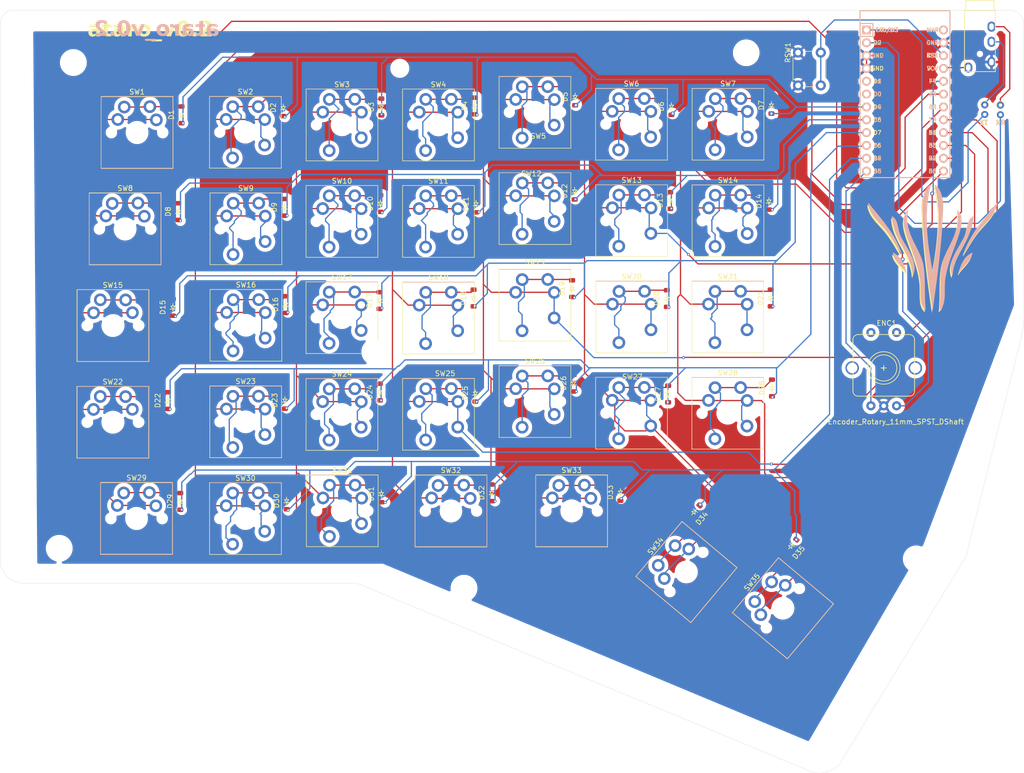
<source format=kicad_pcb>
(kicad_pcb (version 20240108) (generator "pcbnew") (generator_version "8.0")
  (layers (0 "F.Cu" signal) (1 "In1.Cu" power) (2 "In2.Cu" power) (31 "B.Cu" signal) (34 "B.Paste" user) (35 "F.Paste" user) (36 "B.SilkS" user "B.Silkscreen") (37 "F.SilkS" user "F.Silkscreen") (38 "B.Mask" user) (39 "F.Mask" user) (44 "Edge.Cuts" user))
  (net 0 "")
  (net 1 "row0")
  (net 2 "Net-(D1-A)")
  (net 3 "Net-(D2-A)")
  (net 4 "Net-(D3-A)")
  (net 5 "Net-(D4-A)")
  (net 6 "Net-(D5-A)")
  (net 7 "Net-(D6-A)")
  (net 8 "row1")
  (net 9 "Net-(D7-A)")
  (net 10 "Net-(D8-A)")
  (net 11 "Net-(D9-A)")
  (net 12 "Net-(D10-A)")
  (net 13 "Net-(D11-A)")
  (net 14 "Net-(D12-A)")
  (net 15 "Net-(D13-A)")
  (net 16 "row2")
  (net 17 "Net-(D14-A)")
  (net 18 "Net-(D15-A)")
  (net 19 "Net-(D16-A)")
  (net 20 "Net-(D17-A)")
  (net 21 "Net-(D18-A)")
  (net 22 "row3")
  (net 23 "Net-(D19-A)")
  (net 24 "Net-(D20-A)")
  (net 25 "Net-(D21-A)")
  (net 26 "Net-(D22-A)")
  (net 27 "Net-(D23-A)")
  (net 28 "Net-(D24-A)")
  (net 29 "row4")
  (net 30 "Net-(D25-A)")
  (net 31 "Net-(D26-A)")
  (net 32 "Net-(D27-A)")
  (net 33 "Net-(D28-A)")
  (net 34 "Net-(D29-A)")
  (net 35 "Net-(D30-A)")
  (net 37 "GND")
  (net 38 "VCC")
  (net 39 "col0")
  (net 40 "col1")
  (net 41 "col2")
  (net 42 "col3")
  (net 43 "col4")
  (net 44 "col5")
  (net 45 "col6")
  (net 47 "RESET")
  (net 48 "Net-(D31-A)")
  (net 49 "B")
  (net 50 "A")
  (net 52 "Net-(D32-A)")
  (net 53 "Net-(D33-A)")
  (net 54 "Net-(D34-A)")
  (net 55 "Net-(D35-A)")
  (net 56 "TX")
  (net 57 "RX")
  (net 58 "Net-(J1-Pad4)")
  (net 59 "Net-(J1-Pad3)")
  (footprint "ScottoKeebs_Components:Diode_SOD-123" (layer "F.Cu") (at 90.89 96.42 90)
    (property "Reference" "D23")
    (property "Value" "D")
  )
  (footprint "ScottoKeebs_Components:Diode_SOD-123" (layer "F.Cu") (at 70.44 39.92 90)
    (property "Reference" "D1")
    (property "Value" "D")
  )
  (footprint "ScottoKeebs_Components:Diode_SOD-123" (layer "F.Cu") (at 187.29 93.97 90)
    (property "Reference" "D28")
    (property "Value" "D")
  )
  (footprint "ScottoKeebs_Components:Diode_SOD-123" (layer "F.Cu") (at 128.49 38.17 90)
    (property "Reference" "D4")
    (property "Value" "D")
  )
  (footprint "ScottoKeebs_MX:MX_PCB_1.25u" (layer "F.Cu") (at 123.76 118.28)
    (property "Reference" "SW32")
    (property "Value" "SUPER")
  )
  (footprint "ScottoKeebs_MX:MX_PCB_1.25u" (layer "F.Cu") (at 61.65 43.38)
    (property "Reference" "SW1")
    (property "Value" "ESC")
  )
  (footprint "ScottoKeebs_Components:Diode_SOD-123" (layer "F.Cu") (at 187.04 76.17 90)
    (property "Reference" "D21")
    (property "Value" "D")
  )
  (footprint "ScottoKeebs_Components:Diode_SOD-123" (layer "F.Cu") (at 166.49 76.27 90)
    (property "Reference" "D20")
    (property "Value" "D")
  )
  (footprint "ScottoKeebs_MX:MX_PCB_1.00u_Reversable" (layer "F.Cu") (at 102.19 99.21)
    (property "Reference" "SW24")
    (property "Value" "X")
  )
  (footprint "ScottoKeebs_Components:TRRS_PJ-320A" (layer "F.Cu") (at 228.44 19.27)
    (property "Reference" "J1")
    (property "Value" "4PIN")
  )
  (footprint "ScottoKeebs_MX:MX_PCB_1.00u_Reversable" (layer "F.Cu") (at 178.54 98.97)
    (property "Reference" "SW28")
    (property "Value" "}")
  )
  (footprint "ScottoKeebs_Components:Diode_SOD-123" (layer "F.Cu") (at 90.79 58.22 90)
    (property "Reference" "D9")
    (property "Value" "D")
  )
  (footprint "ScottoKeebs_MX:MX_PCB_1.00u_Reversable" (layer "F.Cu") (at 83.19 81.57)
    (property "Reference" "SW16")
    (property "Value" "A")
  )
  (footprint "ScottoKeebs_Components:Diode_SOD-123" (layer "F.Cu") (at 91.04 77.47 90)
    (property "Reference" "D16")
    (property "Value" "D")
  )
  (footprint "Lily58-footprint:HOLE_M2_TH" (layer "F.Cu") (at 46.25 125.7)
    (property "Reference" "TH6" (hide yes))
    (property "Value" "HOLE" (hide yes))
  )
  (footprint "ScottoKeebs_Components:Diode_SOD-123" (layer "F.Cu") (at 109.99 38.37 90)
    (property "Reference" "D3")
    (property "Value" "D")
  )
  (footprint "ScottoKeebs_Components:Diode_SOD-123" (layer "F.Cu") (at 90.589999 38.52 90)
    (property "Reference" "D2")
    (property "Value" "D")
  )
  (footprint "ScottoKeebs_MX:MX_PCB_1.25u" (layer "F.Cu") (at 61.54375 119.755)
    (property "Reference" "SW29")
    (property "Value" "CTRL")
  )
  (footprint "ScottoKeebs_MX:MX_PCB_1.00u_Reversable" (layer "F.Cu") (at 178.59 41.77)
    (property "Reference" "SW7")
    (property "Value" "5")
  )
  (footprint "ScottoKeebs_Components:Diode_SOD-123" (layer "F.Cu") (at 109.99 114.92 90)
    (property "Reference" "D31")
    (property "Value" "D")
  )
  (footprint "ScottoKeebs_Components:Diode_SOD-123" (layer "F.Cu") (at 91.24 116.32 90)
    (property "Reference" "D30")
    (property "Value" "D")
  )
  (footprint "ScottoKeebs_MX:MX_PCB_1.00u_Reversable" (layer "F.Cu") (at 178.54 79.92)
    (property "Reference" "SW21")
    (property "Value" "{")
  )
  (footprint "Lily58-footprint:HOLE_M2_TH" (layer "F.Cu") (at 108.69 86.82)
    (property "Reference" "TH7" (hide yes))
    (property "Value" "HOLE" (hide yes))
  )
  (footprint "ScottoKeebs_Components:Diode_SOD-123" (layer "F.Cu") (at 109.64 76.67 90)
    (property "Reference" "D17")
    (property "Value" "D")
  )
  (footprint "ScottoKeebs_Components:Diode_SOD-123" (layer "F.Cu") (at 148.34 36.37 90)
    (property "Reference" "D5")
    (property "Value" "D")
  )
  (footprint "ScottoKeebs_MX:MX_PCB_1.50u" (layer "F.Cu") (at 59.29 62.46)
    (property "Reference" "SW8")
    (property "Value" "TAB")
  )
  (footprint "ScottoKeebs_Components:Diode_SOD-123" (layer "F.Cu") (at 68.74 78.02 90)
    (property "Reference" "D15")
    (property "Value" "D")
  )
  (footprint "ScottoKeebs_MX:MX_PCB_1.00u_Reversable" (layer "F.Cu") (at 121.29 41.92)
    (property "Reference" "SW4")
    (property "Value" "2")
  )
  (footprint "ScottoKeebs_MX:MX_PCB_1.00u_Reversable" (layer "F.Cu") (at 121.3 99.18)
    (property "Reference" "SW25")
    (property "Value" "C")
  )
  (footprint "ScottoKeebs_Components:Diode_SOD-123" (layer "F.Cu") (at 128.24 76.17 90)
    (property "Reference" "D18")
    (property "Value" "D")
  )
  (footprint "ScottoKeebs_MX:MX_PCB_1.00u_Reversable" (layer "F.Cu") (at 83.19 62.47)
    (property "Reference" "SW9")
    (property "Value" "Q")
  )
  (footprint "PCM_4ms_Experimental_FP:SW_PUSH_6mm_H13mm" (layer "F.Cu") (at 194.7 30.85 90)
    (property "Reference" "RSW1")
    (property "Value" "SW_RST")
  )
  (footprint "ScottoKeebs_MX:MX_PCB_1.00u_Reversable" (layer "F.Cu") (at 159.49 41.77)
    (property "Reference" "SW6")
    (property "Value" "4")
  )
  (footprint "ScottoKeebs_Components:Diode_SOD-123" (layer "F.Cu") (at 166.74 95.17 90)
    (property "Reference" "D27")
    (property "Value" "D")
  )
  (footprint "Lily58-footprint:HOLE_M2" (layer "F.Cu") (at 113.64 30.72)
    (property "Reference" "TH2" (hide yes))
    (property "Value" "HOLE" (hide yes))
  )
  (footprint "ScottoKeebs_MX:MX_PCB_1.00u_Reversable" (layer "F.Cu") (at 102.21 41.92)
    (property "Reference" "SW3")
    (property "Value" "1")
  )
  (footprint "ScottoKeebs_Components:Diode_SOD-123" (layer "F.Cu") (at 171.9 118.5 -130)
    (property "Reference" "D34")
    (property "Value" "D")
  )
  (footprint "ScottoKeebs_MX:MX_PCB_1.75u" (layer "F.Cu") (at 56.84 100.76)
    (property "Reference" "SW22")
    (property "Value" "SHIFT")
  )
  (footprint "ScottoKeebs_MX:MX_PCB_1.00u_Reversable" (layer "F.Cu") (at 140.39 96.66)
    (property "Reference" "SW26")
    (property "Value" "V")
  )
  (footprint "ScottoKeebs_MX:MX_PCB_1.00u_Reversable" (layer "F.Cu") (at 83.09 43.37)
    (property "Reference" "SW2")
    (property "Value" "TILDE")
  )
  (footprint "ScottoKeebs_MX:MX_PCB_2.00u" (layer "F.Cu") (at 170.384639 130.391505 50)
    (property "Reference" "SW34")
    (property "Value" "SPACE")
  )
  (footprint "ScottoKeebs_MX:MX_PCB_1.00u_Reversable" (layer "F.Cu") (at 83.1 119.81)
    (property "Reference" "SW30")
    (property "Value" "^")
  )
  (footprint "ScottoKeebs_Components:Diode_SOD-123" (layer "F.Cu") (at 109.69 94.77 90)
    (property "Reference" "D24")
    (property "Value" "D")
  )
  (footprint "ScottoKeebs_MX:MX_PCB_1.00u_Reversable" (layer "F.Cu") (at 159.54 79.92)
    (property "Reference" "SW20")
    (property "Value" "G")
  )
  (footprint "ScottoKeebs_Components:Diode_SOD-123" (layer "F.Cu") (at 147.74 74.32 90)
    (property "Reference" "D19")
    (property "Value" "D")
  )
  (footprint "ScottoKeebs_MCU:Arduino_Pro_Micro" (layer "F.Cu") (at 213.62 37.09)
    (property "Reference" "U1" (hide yes))
    (property "Value" "ProMicro" (hide yes))
  )
  (footprint "ScottoKeebs_MX:MX_PCB_1.00u_Reversable" (layer "F.Cu") (at 140.39 39.42)
    (property "Reference" "SW5")
    (property "Value" "3")
  )
  (footprint "ScottoKeebs_MX:MX_PCB_1.00u_Reversable" (layer "F.Cu") (at 102.19 61.01)
    (property "Reference" "SW10")
    (property "Value" "W")
  )
  (footprint "ScottoKeebs_Components:Diode_SOD-123" (layer "F.Cu") (at 128.74 57.57 90)
    (property "Reference" "D11")
    (property "Value" "D")
  )
  (footprint "Lily58-footprint:HOLE_M2_TH" (layer "F.Cu") (at 182.2 27.65)
    (property "Reference" "TH5" (hide yes))
    (property "Value" "HOLE" (hide yes))
  )
  (footprint "ScottoKeebs_Components:Diode_SOD-123" (layer "F.Cu") (at 187.19 38.02 90)
    (property "Reference" "D7")
    (property "Value" "D" (hide yes))
  )
  (footprint "ScottoKeebs_MX:MX_PCB_1.00u_Reversable" (layer "F.Cu") (at 83.14 100.67)
    (property "Reference" "SW23")
    (property "Value" "Z")
  )
  (footprint "ScottoKeebs_MX:MX_PCB_1.00u_Reversable" (layer "F.Cu") (at 121.29 80.11)
    (property "Reference" "SW18")
    (property "Value" "D")
  )
  (footprint "ScottoKeebs_MX:MX_PCB_1.75u" (layer "F.Cu") (at 56.85 81.63)
    (property "Reference" "SW15")
    (property "Value" "CAPSLOCK")
  )
  (footprint "ScottoKeebs_Components:Diode_SOD-123" (layer "F.Cu") (at 70.19 116.42 90)
    (property "Reference" "D29")
    (property "Value" "D")
  )
  (footprint "ScottoKeebs_Components:Diode_SOD-123" (layer "F.Cu") (at 67.74 96.47 90)
    (property "Reference" "D22")
    (property "Value" "D")
  )
  (footprint "ScottoKeebs_MX:MX_PCB_1.00u_Reversable" (layer "F.Cu") (at 102.255 118.275)
    (property "Reference" "SW31")
    (property "Value" "v")
  )
  (footprint "ScottoKeebs_Components:Diode_SOD-123" (layer "F.Cu") (at 109.79 57.47 90)
    (property "Reference" "D10")
    (property "Value" "D")
  )
  (footprint "ScottoKeebs_MX:MX_PCB_1.00u_Reversable" (layer "F.Cu") (at 178.58 60.88)
    (property "Reference" "SW14")
    (property "Value" "Y")
  )
  (footprint "PCM_Resistor_THT_US_AKL:R_Axial_DIN0204_L3.6mm_D1.6mm_P1.90mm_Vertical" (layer "F.Cu") (at 232.5 38 -90)
    (property "Reference" "Rrx1" (hide yes))
    (property "Value" "R_DIN0204_P2.54mm" (hide yes))
  )
  (footprint "ScottoKeebs_MX:MX_PCB_1.00u_Reversable" (layer "F.Cu") (at 102.19 80.06)
    (property "Reference" "SW17")
    (property "Value" "S")
  )
  (footprint "PCM_4ms_Encoder:ENC_SPST_12mm" (layer "F.Cu") (at 209.41 90.007)
    (property "Reference" "ENC1")
    (property "Value" "Encoder_Rotary_11mm_SPST_DShaft")
  )
  (footprint "ScottoKeebs_Components:Diode_SOD-123" (layer "F.Cu") (at 167.14 56.87 90)
    (property "Reference" "D13")
    (property "Value" "D")
  )
  (footprint "ScottoKeebs_Components:Diode_SOD-123" (layer "F.Cu") (at 128.59 95.02 90)
    (property "Reference" "D25")
    (property "Value" "D")
  )
  (footprint "Lily58-footprint:HOLE_M2_TH" (layer "F.Cu") (at 215.85 127.8)
    (property "Reference" "TH4" (hide yes))
    (property "Value" "HOLE" (hide yes))
  )
  (footprint "ScottoKeebs_MX:MX_PCB_1.00u_Reversable" (layer "F.Cu") (at 121.29 61.01)
    (property "Reference" "SW11")
    (property "Value" "E")
  )
  (footprint "ScottoKeebs_MX:MX_PCB_1.00u_Reversable" (layer "F.Cu") (at 159.495 98.945)
    (property "Reference" "SW27")
    (property "Value" "B")
  )
  (footprint "ScottoKeebs_Components:Diode_SOD-123" (layer "F.Cu") (at 167.39 38.27 90)
    (property "Reference" "D6")
    (property "Value" "D")
  )
  (footprint "ScottoKeebs_Components:Diode_SOD-123" (layer "F.Cu") (at 69.79 59.07 90)
    (property "Reference" "D8")
    (property "Value" "D")
  )
  (footprint "ScottoKeebs_MX:MX_PCB_2.00u" (layer "F.Cu") (at 189.485802 137.561115 50)
    (property "Reference" "SW35")
    (property "Value" "BACKSPACE")
  )
  (footprint "Lily58-footprint:HOLE_M2_TH" (layer "F.Cu") (at 126.35 133.6)
    (property "Reference" "TH4" (hide yes))
    (property "Value" "HOLE" (hide yes))
  )
  (footprint "ScottoKeebs_Components:Diode_SOD-123" (layer "F.Cu") (at 131.84 114.72 90)
    (property "Reference" "D32")
    (property "Value" "D")
  )
  (footprint "ScottoKeebs_MX:MX_PCB_1.00u_Reversable" (layer "F.Cu") (at 159.52 60.85)
    (property "Reference" "SW13")
    (property "Value" "T")
  )
  (footprint "ScottoKeebs_Components:Diode_SOD-123" (layer "F.Cu") (at 191.05 125.25 -130)
    (property "Reference" "D35")
    (property "Value" "D")
  )
  (footprint "PCM_Resistor_THT_US_AKL:R_Axial_DIN0204_L3.6mm_D1.6mm_P1.90mm_Vertical" (layer "F.Cu") (at 229.4 37.95 -90)
    (property "Reference" "Rtx1" (hide yes))
    (property "Value" "R_DIN0204_P2.54mm" (hide yes))
  )
  (footprint "ScottoKeebs_MX:MX_PCB_1.00u_Reversable" (layer "F.Cu") (at 140.38 77.58)
    (property "Reference" "SW19")
    (property "Value" "F")
  )
  (footprint "ScottoKeebs_Components:Diode_SOD-123" (layer "F.Cu") (at 148.04 93.02 90)
    (property "Reference" "D26")
    (property "Value" "D")
  )
  (footprint "ScottoKeebs_MX:MX_PCB_1.00u_Reversable" (layer "F.Cu") (at 140.39 58.47)
    (property "Reference" "SW12")
    (property "Value" "R")
  )
  (footprint "ScottoKeebs_MX:MX_PCB_1.25u" (layer "F.Cu") (at 147.64 118.27)
    (property "Reference" "SW33")
    (property "Value" "ALT")
  )
  (footprint "ScottoKeebs_Components:Diode_SOD-123" (layer "F.Cu") (at 157.29 114.62 90)
    (property "Reference" "D33")
    (property "Value" "D")
  )
  (footprint "Lily58-footprint:HOLE_M2_TH" (layer "F.Cu") (at 49.04 29.57)
    (property "Reference" "TH3" (hide yes))
    (property "Value" "HOLE" (hide yes))
  )
  (footprint "ScottoKeebs_Components:Diode_SOD-123" (layer "F.Cu") (at 148.24 55.02 90)
    (property "Reference" "D12")
    (property "Value" "D")
  )
  (footprint "ScottoKeebs_Components:Diode_SOD-123" (layer "F.Cu") (at 186.69 57.02 90)
    (property "Reference" "D14")
    (property "Value" "D")
  )
  (gr_poly (pts (xy 214.180049 58.785852) (xy 214.108561 58.85638) (xy 214.040293 58.928882) (xy 213.975256 59.003362) (xy 213.913458 59.079819) (xy 213.854911 59.158257) (xy 213.799624 59.238675) (xy 213.747607 59.321077) (xy 213.698871 59.405463) (xy 213.653425 59.491834) (xy 213.611279 59.580194) (xy 213.572445 59.670542) (xy 213.53693 59.762881) (xy 213.504747 59.857212) (xy 213.475905 59.953536) (xy 213.450413 60.051856) (xy 213.414786 60.216685) (xy 213.387371 60.382816) (xy 213.367712 60.550036) (xy 213.355353 60.718135) (xy 213.349837 60.8869) (xy 213.350708 61.05612) (xy 213.357508 61.225584) (xy 213.369782 61.395079) (xy 213.387072 61.564395) (xy 213.408922 61.733319) (xy 213.434876 61.90164) (xy 213.464478 62.069146) (xy 213.532795 62.400869) (xy 213.610221 62.726793) (xy 213.711264 63.098108) (xy 213.821962 63.468859) (xy 213.94061 63.838679) (xy 214.065502 64.207203) (xy 214.3272 64.9389) (xy 214.593412 65.661022) (xy 215.218068 67.357745) (xy 215.513793 68.203137) (xy 215.790585 69.05179) (xy 216.042548 69.907636) (xy 216.157375 70.339486) (xy 216.263784 70.774608) (xy 216.361036 71.213494) (xy 216.448395 71.656635) (xy 216.525124 72.104524) (xy 216.590486 72.557651) (xy 216.616452 72.784617) (xy 216.63634 73.013138) (xy 216.661055 73.47402) (xy 216.670974 73.938647) (xy 216.67244 74.405369) (xy 216.675391 75.338505) (xy 216.689564 75.801619) (xy 216.7026 76.031591) (xy 216.72066 76.260231) (xy 216.74567 76.487845) (xy 216.778166 76.715099) (xy 216.797745 76.828231) (xy 216.819826 76.94084) (xy 216.844619 77.052783) (xy 216.872333 77.163915) (xy 216.903178 77.274092) (xy 216.937365 77.383169) (xy 216.975104 77.491004) (xy 217.016605 77.597451) (xy 217.062078 77.702366) (xy 217.111732 77.805606) (xy 217.165779 77.907025) (xy 217.224427 78.006481) (xy 217.250474 78.047745) (xy 217.277577 78.087854) (xy 217.305676 78.126894) (xy 217.334709 78.164949) (xy 217.364616 78.202105) (xy 217.395338 78.238448) (xy 217.426812 78.274061) (xy 217.45898 78.309031) (xy 217.525153 78.377383) (xy 217.593372 78.444184) (xy 217.663154 78.510117) (xy 217.734014 78.575864) (xy 217.667942 77.906495) (xy 217.621359 77.240256) (xy 217.590739 76.576015) (xy 217.572552 75.912635) (xy 217.559364 74.583922) (xy 217.553568 73.24504) (xy 217.528631 72.582788) (xy 217.517924 72.251761) (xy 217.509648 71.920536) (xy 217.478106 71.459413) (xy 217.440674 71.003127) (xy 217.393841 70.551057) (xy 217.334096 70.102584) (xy 217.257931 69.657088) (xy 217.212594 69.435262) (xy 217.161836 69.213948) (xy 217.105217 68.993068) (xy 217.0423 68.772544) (xy 216.972645 68.5523) (xy 216.895814 68.332257) (xy 216.79525 68.070924) (xy 216.689073 67.811802) (xy 216.462568 67.29906) (xy 216.221689 66.791775) (xy 215.971824 66.28769) (xy 215.466693 65.280091) (xy 215.222204 64.772062) (xy 214.990286 64.258204) (xy 214.824049 63.864447) (xy 214.66885 63.464892) (xy 214.526797 63.059942) (xy 214.4 62.65) (xy 214.34298 62.443283) (xy 214.290565 62.235469) (xy 214.243018 62.026609) (xy 214.200603 61.816753) (xy 214.163582 61.605951) (xy 214.13222 61.394254) (xy 214.106781 61.181712) (xy 214.087527 60.968375) (xy 214.077759 60.83733) (xy 214.071003 60.706519) (xy 214.066062 60.44555) (xy 214.071788 60.185362) (xy 214.087262 59.925851) (xy 214.111566 59.666909) (xy 214.143784 59.408433) (xy 214.182996 59.150317) (xy 214.228285 58.892454) (xy 214.241713 58.804878) (xy 214.254743 58.717301) (xy 214.254744 58.717301) (xy 214.254744 58.7173) (xy 214.254745 58.717299)) (stroke (width -0.000001)) (fill solid) (layer "B.SilkS"))
  (gr_poly (pts (xy 231.789808 57.347352) (xy 231.718305 57.425602) (xy 231.651118 57.502834) (xy 231.585426 57.581491) (xy 231.520838 57.661216) (xy 231.456963 57.741647) (xy 231.329789 57.903191) (xy 231.265709 57.983586) (xy 231.20078 58.063248) (xy 229.591716 60.035254) (xy 229.192582 60.533635) (xy 228.799438 61.035272) (xy 228.414654 61.540716) (xy 228.040597 62.050519) (xy 227.622727 62.640916) (xy 227.223448 63.240813) (xy 226.844335 63.851228) (xy 226.486964 64.473176) (xy 226.316923 64.788794) (xy 226.152909 65.107676) (xy 225.995117 65.42995) (xy 225.843745 65.755744) (xy 225.69899 66.085184) (xy 225.561048 66.418397) (xy 225.430117 66.755511) (xy 225.306393 67.096653) (xy 225.293473 67.144086) (xy 225.282308 67.191564) (xy 225.272618 67.239128) (xy 225.264126 67.286822) (xy 225.256551 67.33469) (xy 225.249615 67.382775) (xy 225.236543 67.479769) (xy 225.2855 67.422947) (xy 225.33213 67.365417) (xy 225.376685 67.307214) (xy 225.419419 67.248374) (xy 225.460585 67.188933) (xy 225.500434 67.128925) (xy 225.577194 67.007355) (xy 225.726038 66.758994) (xy 225.802166 66.632773) (xy 225.882126 66.505573) (xy 226.522715 65.44657) (xy 226.843146 64.924804) (xy 227.169853 64.409345) (xy 227.507474 63.901055) (xy 227.860647 63.400795) (xy 228.044515 63.153945) (xy 228.234011 62.909427) (xy 228.429715 62.667347) (xy 228.632205 62.427814) (xy 228.904984 62.119527) (xy 229.186854 61.810062) (xy 229.761843 61.184273) (xy 230.046951 60.866287) (xy 230.325125 60.543799) (xy 230.46036 60.380607) (xy 230.59236 60.215978) (xy 230.720624 60.049809) (xy 230.844651 59.881994) (xy 230.94709 59.733731) (xy 231.045837 59.583951) (xy 231.140572 59.432549) (xy 231.230975 59.279422) (xy 231.316728 59.124465) (xy 231.39751 58.967575) (xy 231.473003 58.808648) (xy 231.542886 58.64758) (xy 231.606841 58.484268) (xy 231.664549 58.318606) (xy 231.715689 58.150492) (xy 231.759944 57.979822) (xy 231.796992 57.806491) (xy 231.826515 57.630396) (xy 231.848194 57.451433) (xy 231.861709 57.269498)) (stroke (width -0.000001)) (fill solid) (layer "B.SilkS"))
  (gr_poly (pts (xy 226.846162 67.228782) (xy 226.729038 67.286998) (xy 226.614067 67.349025) (xy 226.501358 67.414805) (xy 226.391022 67.484278) (xy 226.283167 67.557383) (xy 226.177903 67.634063) (xy 226.075338 67.714256) (xy 225.975582 67.797903) (xy 225.878745 67.884944) (xy 225.784936 67.97532) (xy 225.694263 68.068971) (xy 225.606837 68.165837) (xy 225.522767 68.265859) (xy 225.442161 68.368976) (xy 225.36513 68.47513) (xy 225.25726 68.632658) (xy 225.155326 68.795357) (xy 225.059063 68.96274) (xy 224.968206 69.134323) (xy 224.882489 69.309621) (xy 224.801648 69.488148) (xy 224.725418 69.669418) (xy 224.653533 69.852948) (xy 224.585729 70.038251) (xy 224.52174 70.224843) (xy 224.404147 70.59995) (xy 224.298634 70.974387) (xy 224.20308 71.344272) (xy 224.297434 71.193822) (xy 224.395344 71.047212) (xy 224.496496 70.904051) (xy 224.600575 70.76395) (xy 224.707268 70.626518) (xy 224.816261 70.491366) (xy 225.039891 70.226341) (xy 225.268953 69.965756) (xy 225.500936 69.706492) (xy 225.733328 69.44543) (xy 225.963618 69.17945) (xy 226.144764 68.953913) (xy 226.231656 68.839969) (xy 226.315621 68.724929) (xy 226.396303 68.608563) (xy 226.473345 68.490637) (xy 226.546392 68.370918) (xy 226.615088 68.249175) (xy 226.679078 68.125175) (xy 226.738005 67.998685) (xy 226.791514 67.869473) (xy 226.839248 67.737306) (xy 226.880853 67.601952) (xy 226.915972 67.463177) (xy 226.94425 67.320751) (xy 226.965331 67.174439) (xy 226.96533 67.174439)) (stroke (width -0.000001)) (fill solid) (layer "B.SilkS"))
  (gr_poly (pts (xy 227.048253 60.009655) (xy 226.997133 60.044138) (xy 226.946479 60.079241) (xy 226.896494 60.115286) (xy 226.847384 60.152596) (xy 226.799353 60.191494) (xy 226.775806 60.21164) (xy 226.752605 60.232302) (xy 226.70264 60.280758) (xy 226.654532 60.33137) (xy 226.608265 60.383988) (xy 226.563825 60.438462) (xy 226.521196 60.494641) (xy 226.480362 60.552375) (xy 226.441307 60.611514) (xy 226.404017 60.671907) (xy 226.368475 60.733404) (xy 226.334667 60.795854) (xy 226.302577 60.859107) (xy 226.272188 60.923013) (xy 226.243487 60.987422) (xy 226.216456 61.052182) (xy 226.191082 61.117144) (xy 226.167347 61.182157) (xy 226.11819 61.331453) (xy 226.073432 61.483034) (xy 225.994268 61.791633) (xy 225.924171 62.105105) (xy 225.857454 62.420605) (xy 225.78843 62.735286) (xy 225.711412 63.046303) (xy 225.668129 63.199547) (xy 225.620715 63.350808) (xy 225.56846 63.49973) (xy 225.510652 63.645956) (xy 225.407281 63.881354) (xy 225.295768 64.115178) (xy 225.177546 64.34729) (xy 225.054047 64.577554) (xy 224.926703 64.805833) (xy 224.796946 65.031992) (xy 224.535927 65.477402) (xy 224.186594 66.07369) (xy 224.012107 66.374854) (xy 223.840337 66.678213) (xy 223.67323 66.983904) (xy 223.512733 67.292063) (xy 223.360794 67.602827) (xy 223.21936 67.916332) (xy 223.116472 68.160097) (xy 223.021236 68.408729) (xy 222.934707 68.661542) (xy 222.857939 68.917846) (xy 222.823545 69.047092) (xy 222.791985 69.176953) (xy 222.763394 69.307342) (xy 222.737901 69.438174) (xy 222.715639 69.569363) (xy 222.69674 69.700822) (xy 222.681335 69.832466) (xy 222.669556 69.964208) (xy 222.662726 70.083729) (xy 222.659861 70.203127) (xy 222.66091 70.322328) (xy 222.665819 70.441259) (xy 222.674535 70.559846) (xy 222.687006 70.678015) (xy 222.703179 70.795692) (xy 222.723002 70.912804) (xy 222.746421 71.029278) (xy 222.773384 71.145039) (xy 222.803839 71.260014) (xy 222.837732 71.37413) (xy 222.87501 71.487312) (xy 222.915622 71.599488) (xy 222.959515 71.710583) (xy 223.006635 71.820523) (xy 223.028312 71.665024) (xy 223.04829 71.509679) (xy 223.086671 71.19948) (xy 223.106835 71.044637) (xy 223.128823 70.889975) (xy 223.153514 70.735498) (xy 223.181789 70.581214) (xy 223.252721 70.235814) (xy 223.336694 69.894067) (xy 223.432759 69.555854) (xy 223.539968 69.221058) (xy 223.657372 68.889561) (xy 223.784022 68.561245) (xy 223.918968 68.235992) (xy 224.061263 67.913684) (xy 224.222195 67.57187) (xy 224.388724 67.234482) (xy 224.734082 66.569858) (xy 225.44252 65.259319) (xy 225.787618 64.60089) (xy 226.114645 63.932012) (xy 226.268572 63.591699) (xy 226.41461 63.246428) (xy 226.551634 62.895416) (xy 226.678522 62.537881) (xy 226.777872 62.222984) (xy 226.867401 61.904155) (xy 226.946263 61.581977) (xy 227.013616 61.257034) (xy 227.068617 60.929907) (xy 227.110421 60.601181) (xy 227.126111 60.4364) (xy 227.138186 60.271438) (xy 227.14654 60.106367) (xy 227.151068 59.941261)) (stroke (width -0.000001)) (fill solid) (layer "B.SilkS"))
  (gr_poly (pts (xy 224.003319 59.255659) (xy 224.025526 59.391416) (xy 224.045438 59.527675) (xy 224.062348 59.664667) (xy 224.075551 59.802619) (xy 224.095031 60.062586) (xy 224.104093 60.323137) (xy 224.103084 60.583911) (xy 224.092352 60.844548) (xy 224.072244 61.104689) (xy 224.043107 61.363974) (xy 224.005288 61.622044) (xy 223.959135 61.878539) (xy 223.90282 62.145419) (xy 223.838044 62.410675) (xy 223.765387 62.674308) (xy 223.685432 62.936318) (xy 223.598757 63.196707) (xy 223.505944 63.455475) (xy 223.304225 63.968152) (xy 223.084919 64.474355) (xy 222.852672 64.97409) (xy 222.612127 65.467363) (xy 222.36793 65.95418) (xy 221.947854 66.796573) (xy 221.744731 67.218894) (xy 221.551691 67.64467) (xy 221.372838 68.075927) (xy 221.290016 68.294245) (xy 221.21228 68.514694) (xy 221.140143 68.737528) (xy 221.07412 68.962999) (xy 221.014722 69.191361) (xy 220.962464 69.422869) (xy 220.90229 69.724893) (xy 220.849797 70.030035) (xy 220.804441 70.3379) (xy 220.76568 70.648096) (xy 220.705772 71.273909) (xy 220.665733 71.90433) (xy 220.641222 72.536214) (xy 220.627898 73.166417) (xy 220.617447 74.409207) (xy 220.590261 76.156185) (xy 220.578829 76.592262) (xy 220.561562 77.028359) (xy 220.536469 77.464616) (xy 220.501559 77.901177) (xy 220.486668 78.067881) (xy 220.474506 78.234684) (xy 220.465022 78.401686) (xy 220.458167 78.568985) (xy 220.539371 78.492512) (xy 220.618348 78.414402) (xy 220.656848 78.374594) (xy 220.694609 78.334209) (xy 220.731567 78.293191) (xy 220.767663 78.251485) (xy 220.802835 78.209035) (xy 220.837022 78.165785) (xy 220.870163 78.121679) (xy 220.902196 78.076662) (xy 220.933059 78.030677) (xy 220.962693 77.983669) (xy 220.991036 77.935582) (xy 221.018025 77.88636) (xy 221.076181 77.774317) (xy 221.129354 77.659074) (xy 221.177773 77.540964) (xy 221.221664 77.420321) (xy 221.261254 77.297481) (xy 221.296771 77.172776) (xy 221.328442 77.046541) (xy 221.356494 76.91911) (xy 221.381153 76.790817) (xy 221.402648 76.661996) (xy 221.421205 76.532981) (xy 221.437051 76.404107) (xy 221.46152 76.148115) (xy 221.477871 75.896694) (xy 221.49177 75.425285) (xy 221.495995 74.957232) (xy 221.498244 74.026552) (xy 221.507678 73.561606) (xy 221.530259 73.095376) (xy 221.548262 72.861417) (xy 221.571691 72.626703) (xy 221.60126 72.391088) (xy 221.63768 72.154427) (xy 221.715263 71.697437) (xy 221.803822 71.245504) (xy 221.902576 70.798142) (xy 222.010743 70.354863) (xy 222.252192 69.478609) (xy 222.521918 68.612847) (xy 222.813671 67.753683) (xy 223.121199 66.897223) (xy 223.75858 65.176836) (xy 224.026645 64.43129) (xy 224.158286 64.054132) (xy 224.285035 63.674532) (xy 224.404416 63.292847) (xy 224.513957 62.909439) (xy 224.611182 62.524667) (xy 224.693617 62.13889) (xy 224.745234 61.841942) (xy 224.786073 61.542106) (xy 224.80147 61.391503) (xy 224.812997 61.240656) (xy 224.820259 61.089726) (xy 224.822867 60.938872) (xy 224.820426 60.788254) (xy 224.812546 60.638031) (xy 224.798833 60.488362) (xy 224.778896 60.339409) (xy 224.752342 60.19133) (xy 224.71878 60.044285) (xy 224.677816 59.898434) (xy 224.629059 59.753936) (xy 224.600378 59.677553) (xy 224.569327 59.602774) (xy 224.535941 59.52958) (xy 224.500256 59.45795) (xy 224.462308 59.387864) (xy 224.422132 59.319302) (xy 224.379764 59.252244) (xy 224.335239 59.186669) (xy 224.288593 59.122558) (xy 224.239863 59.05989) (xy 224.189083 58.998646) (xy 224.136289 58.938804) (xy 224.081517 58.880346) (xy 224.024802 58.82325) (xy 223.966181 58.767496) (xy 223.905688 58.713065)) (stroke (width -0.000001)) (fill solid) (layer "B.SilkS"))
  (gr_poly (pts (xy 211.202514 67.173381) (xy 211.217158 67.266847) (xy 211.234111 67.358785) (xy 211.25339 67.44928) (xy 211.27501 67.538416) (xy 211.298986 67.626277) (xy 211.325334 67.712949) (xy 211.35407 67.798515) (xy 211.385209 67.88306) (xy 211.418766 67.966669) (xy 211.454757 68.049426) (xy 211.493197 68.131416) (xy 211.534103 68.212723) (xy 211.577489 68.293431) (xy 211.623371 68.373625) (xy 211.671764 68.45339) (xy 211.722685 68.53281) (xy 211.814642 68.668151) (xy 211.91098 68.801645) (xy 212.011179 68.933481) (xy 212.114722 69.063845) (xy 212.329763 69.320911) (xy 212.551954 69.574342) (xy 213.001192 70.076307) (xy 213.219941 70.327841) (xy 213.429246 70.581743) (xy 213.498791 70.670966) (xy 213.566408 70.761131) (xy 213.632499 70.85209) (xy 213.697468 70.943694) (xy 213.95418 71.313581) (xy 213.875258 70.990602) (xy 213.78784 70.667889) (xy 213.690922 70.346802) (xy 213.583499 70.028698) (xy 213.464567 69.714934) (xy 213.400471 69.560104) (xy 213.333121 69.406869) (xy 213.262391 69.255398) (xy 213.188157 69.105861) (xy 213.110291 68.958428) (xy 213.028669 68.813268) (xy 212.947583 68.678858) (xy 212.861562 68.547988) (xy 212.770719 68.420811) (xy 212.675169 68.297479) (xy 212.575023 68.178148) (xy 212.470395 68.06297) (xy 212.361399 67.952098) (xy 212.248147 67.845687) (xy 212.130753 67.743889) (xy 212.00933 67.646859) (xy 211.88399 67.554749) (xy 211.754848 67.467713) (xy 211.622016 67.385905) (xy 211.485608 67.309477) (xy 211.345736 67.238585) (xy 211.202514 67.17338)) (stroke (width -0.000001)) (fill solid) (layer "B.SilkS"))
  (gr_poly (pts (xy 218.638878 53.776931) (xy 218.563231 53.825905) (xy 218.488985 53.876305) (xy 218.416445 53.928671) (xy 218.380909 53.955759) (xy 218.345914 53.983542) (xy 218.311496 54.012085) (xy 218.277695 54.041457) (xy 218.244549 54.071726) (xy 218.212094 54.102958) (xy 218.18037 54.13522) (xy 218.149413 54.168582) (xy 218.080325 54.246539) (xy 218.01392 54.327281) (xy 217.950154 54.4106) (xy 217.888981 54.496293) (xy 217.830357 54.584152) (xy 217.774237 54.673974) (xy 217.720575 54.765552) (xy 217.669328 54.858681) (xy 217.620449 54.953156) (xy 217.573894 55.048771) (xy 217.529618 55.14532) (xy 217.487575 55.2426) (xy 217.447722 55.340403) (xy 217.410013 55.438525) (xy 217.374403 55.53676) (xy 217.340847 55.634902) (xy 217.28321 55.821446) (xy 217.231426 56.00878) (xy 217.185322 56.196867) (xy 217.144725 56.385666) (xy 217.109461 56.575137) (xy 217.079357 56.765242) (xy 217.054238 56.955941) (xy 217.033931 57.147194) (xy 217.018263 57.338962) (xy 217.00706 57.531205) (xy 217.000147 57.723884) (xy 216.997353 57.916958) (xy 217.003421 58.304138) (xy 217.023876 58.692427) (xy 217.030249 59.063519) (xy 217.041521 59.434294) (xy 217.074544 60.175218) (xy 217.152993 61.656819) (xy 217.229979 62.777362) (xy 217.313662 63.89731) (xy 217.406969 65.016465) (xy 217.512826 66.134627) (xy 217.846301 69.2907) (xy 218.233551 72.437199) (xy 219.081276 78.7235) (xy 219.11067 78.555236) (xy 219.137335 78.386636) (xy 219.18486 78.048681) (xy 219.273364 77.37148) (xy 219.910679 72.653745) (xy 220.205065 70.303689) (xy 220.474175 67.954167) (xy 220.711188 65.601171) (xy 220.909282 63.240697) (xy 221.061637 60.868739) (xy 221.16143 58.48129) (xy 221.166292 58.150379) (xy 221.168177 57.818376) (xy 221.166143 57.652493) (xy 221.161133 57.486969) (xy 221.152402 57.322016) (xy 221.139205 57.157844) (xy 221.107851 56.884704) (xy 221.067958 56.613902) (xy 221.018626 56.345643) (xy 220.958958 56.08013) (xy 220.924966 55.948468) (xy 220.888052 55.817569) (xy 220.848105 55.68746) (xy 220.805011 55.558165) (xy 220.758659 55.42971) (xy 220.708936 55.302122) (xy 220.655729 55.175424) (xy 220.598926 55.049644) (xy 220.549538 54.948451) (xy 220.497909 54.848805) (xy 220.44388 54.750914) (xy 220.387292 54.654985) (xy 220.327989 54.561227) (xy 220.265811 54.469847) (xy 220.200601 54.381053) (xy 220.132201 54.295052) (xy 220.060452 54.212053) (xy 219.985196 54.132263) (xy 219.906275 54.05589) (xy 219.823531 53.983142) (xy 219.736806 53.914226) (xy 219.645942 53.849349) (xy 219.55078 53.788721) (xy 219.451163 53.732548) (xy 219.474662 53.856293) (xy 219.500053 53.979553) (xy 219.554946 54.22507) (xy 219.670238 54.715211) (xy 219.815148 55.437103) (xy 219.936549 56.160935) (xy 220.035937 56.886715) (xy 220.114804 57.614449) (xy 220.174647 58.344142) (xy 220.216958 59.0758) (xy 220.243234 59.809431) (xy 220.254968 60.54504) (xy 220.242846 61.207002) (xy 220.21991 61.868816) (xy 220.188441 62.530332) (xy 220.150721 63.191401) (xy 220.084287 64.005323) (xy 220.004713 64.816943) (xy 219.912996 65.626592) (xy 219.810136 66.434597) (xy 219.697131 67.241288) (xy 219.57498 68.046993) (xy 219.30723 69.65676) (xy 219.20219 70.26636) (xy 219.145007 70.570118) (xy 219.114121 70.721606) (xy 219.081275 70.872785) (xy 218.849397 69.570578) (xy 218.630194 68.255411) (xy 218.429892 66.930644) (xy 218.254717 65.599639) (xy 218.110895 64.265757) (xy 218.004652 62.932359) (xy 217.942214 61.602805) (xy 217.929807 60.280457) (xy 217.936609 59.593709) (xy 217.961004 58.90703) (xy 218.003022 58.220983) (xy 218.062695 57.536132) (xy 218.140053 56.853043) (xy 218.235129 56.17228) (xy 218.347952 55.494406) (xy 218.478553 54.819986) (xy 218.508383 54.68355) (xy 218.539781 54.547548) (xy 218.604034 54.276002) (xy 218.635264 54.140037) (xy 218.664814 54.003663) (xy 218.691871 53.866669) (xy 218.715623 53.728844)) (stroke (width -0.000001)) (fill solid) (layer "B.SilkS"))
  (gr_poly (pts (xy 214.254746 58.717298) (xy 214.254745 58.717299) (xy 214.254746 58.717298)) (stroke (width -0.000001)) (fill solid) (layer "B.SilkS"))
  (gr_poly (pts (xy 211.023116 60.120449) (xy 211.035545 60.303574) (xy 211.051125 60.486352) (xy 211.07009 60.668732) (xy 211.092677 60.850666) (xy 211.11912 61.032104) (xy 211.149657 61.212996) (xy 211.184522 61.393293) (xy 211.22486 61.581463) (xy 211.269173 61.76855) (xy 211.36911 62.139509) (xy 211.483099 62.506239) (xy 211.609906 62.868808) (xy 211.748296 63.227285) (xy 211.897037 63.581736) (xy 212.054893 63.932232) (xy 212.220631 64.278839) (xy 212.49061 64.809154) (xy 212.772427 65.33971) (xy 213.348482 66.404303) (xy 213.631174 66.939715) (xy 213.902611 67.478123) (xy 214.157019 68.020214) (xy 214.276033 68.292856) (xy 214.388626 68.566677) (xy 214.511589 68.883341) (xy 214.625312 69.202727) (xy 214.729238 69.524879) (xy 214.822807 69.84984) (xy 214.905462 70.177653) (xy 214.976646 70.508363) (xy 215.035799 70.842012) (xy 215.082363 71.178644) (xy 215.118479 71.497599) (xy 215.137727 71.656829) (xy 215.158563 71.815761) (xy 215.195214 71.736455) (xy 215.229769 71.656866) (xy 215.26224 71.576961) (xy 215.29264 71.496706) (xy 215.320982 71.416066) (xy 215.347277 71.335008) (xy 215.371538 71.253497) (xy 215.393777 71.1715) (xy 215.414008 71.088981) (xy 215.432241 71.005908) (xy 215.44849 70.922245) (xy 215.462767 70.837959) (xy 215.475085 70.753016) (xy 215.485455 70.667381) (xy 215.493891 70.581021) (xy 215.500404 70.493901) (xy 215.507624 70.345228) (xy 215.509201 70.197262) (xy 215.505371 70.050003) (xy 215.496369 69.903451) (xy 215.482431 69.757606) (xy 215.463792 69.612467) (xy 215.440688 69.468036) (xy 215.413356 69.324311) (xy 215.382029 69.181293) (xy 215.346945 69.038983) (xy 215.308339 68.897379) (xy 215.266446 68.756482) (xy 215.173743 68.476809) (xy 215.070721 68.199964) (xy 214.996299 68.018837) (xy 214.917915 67.838411) (xy 214.750574 67.479735) (xy 214.571327 67.124086) (xy 214.382804 66.771611) (xy 214.187632 66.42246) (xy 213.988442 66.076782) (xy 213.588525 65.39644) (xy 213.316376 64.932121) (xy 213.18188 64.696324) (xy 213.050825 64.458028) (xy 212.925005 64.217178) (xy 212.80621 63.973717) (xy 212.696233 63.727589) (xy 212.645112 63.603508) (xy 212.596867 63.478739) (xy 212.542458 63.325001) (xy 212.493554 63.168663) (xy 212.4493 63.010141) (xy 212.408839 62.84985) (xy 212.335869 62.525616) (xy 212.267791 62.19928) (xy 212.197754 61.87416) (xy 212.118905 61.553573) (xy 212.074035 61.396016) (xy 212.024392 61.240836) (xy 211.969121 61.088449) (xy 211.907363 60.939268) (xy 211.869374 60.858238) (xy 211.829371 60.779999) (xy 211.787275 60.70448) (xy 211.743007 60.631608) (xy 211.696488 60.561308) (xy 211.647639 60.49351) (xy 211.596381 60.428139) (xy 211.542635 60.365123) (xy 211.486321 60.304389) (xy 211.427361 60.245864) (xy 211.365675 60.189475) (xy 211.301186 60.13515) (xy 211.233812 60.082815) (xy 211.163476 60.032399) (xy 211.090098 59.983827) (xy 211.013601 59.937027)) (stroke (width -0.000001)) (fill solid) (layer "B.SilkS"))
  (gr_poly (pts (xy 206.330284 57.407457) (xy 206.341767 57.557519) (xy 206.360336 57.706847) (xy 206.385635 57.855302) (xy 206.417305 58.002746) (xy 206.454989 58.149041) (xy 206.498331 58.29405) (xy 206.546972 58.437633) (xy 206.600556 58.579654) (xy 206.658725 58.719975) (xy 206.721121 58.858457) (xy 206.787388 58.994962) (xy 206.857167 59.129352) (xy 206.930103 59.26149) (xy 207.005837 59.391238) (xy 207.084011 59.518457) (xy 207.230298 59.739424) (xy 207.382396 59.954312) (xy 207.539679 60.163799) (xy 207.701523 60.368563) (xy 207.867302 60.569284) (xy 208.03639 60.766641) (xy 208.38199 61.153978) (xy 209.085377 61.918161) (xy 209.433154 62.30587) (xy 209.603875 62.503506) (xy 209.771649 62.704568) (xy 209.952446 62.928222) (xy 210.128929 63.155835) (xy 210.470199 63.621506) (xy 210.797949 64.098725) (xy 211.114674 64.584631) (xy 211.422866 65.076367) (xy 211.725018 65.571073) (xy 212.321173 66.557961) (xy 212.394315 66.675711) (xy 212.465181 66.793927) (xy 212.535365 66.911883) (xy 212.60646 67.028852) (xy 212.680061 67.144111) (xy 212.718299 67.200871) (xy 212.757761 67.256932) (xy 212.798646 67.312202) (xy 212.841153 67.36659) (xy 212.885482 67.420007) (xy 212.931832 67.472361) (xy 212.912972 67.342814) (xy 212.902224 67.278549) (xy 212.890094 67.214656) (xy 212.876202 67.15116) (xy 212.860172 67.088086) (xy 212.841623 67.025458) (xy 212.831287 66.994319) (xy 212.820179 66.963301) (xy 212.664124 66.55672) (xy 212.583337 66.354614) (xy 212.500429 66.153412) (xy 212.41519 65.953204) (xy 212.327408 65.754074) (xy 212.236873 65.55611) (xy 212.143374 65.359398) (xy 211.96434 64.998387) (xy 211.777011 64.641542) (xy 211.581871 64.288728) (xy 211.379406 63.939809) (xy 210.954442 63.253108) (xy 210.506 62.580347) (xy 210.037962 61.920435) (xy 209.554211 61.27228) (xy 209.058628 60.634791) (xy 208.555094 60.006877) (xy 207.997659 59.319482) (xy 207.436503 58.635211) (xy 206.87743 57.949254) (xy 206.326246 57.256798) (xy 206.326245 57.256798)) (stroke (width -0.000001)) (fill solid) (layer "B.SilkS"))
  (gr_poly (pts (xy 231.673383 57.852134) (xy 231.6619 58.002196) (xy 231.643331 58.151524) (xy 231.618032 58.299979) (xy 231.586362 58.447423) (xy 231.548678 58.593718) (xy 231.505336 58.738727) (xy 231.456695 58.88231) (xy 231.403111 59.024331) (xy 231.344942 59.164652) (xy 231.282546 59.303134) (xy 231.216279 59.439639) (xy 231.1465 59.574029) (xy 231.073564 59.706167) (xy 230.99783 59.835915) (xy 230.919656 59.963134) (xy 230.773369 60.184101) (xy 230.621271 60.398989) (xy 230.463988 60.608476) (xy 230.302144 60.81324) (xy 230.136365 61.013961) (xy 229.967277 61.211318) (xy 229.621677 61.598655) (xy 228.91829 62.362838) (xy 228.570513 62.750547) (xy 228.399792 62.948183) (xy 228.232018 63.149245) (xy 228.051221 63.372899) (xy 227.874738 63.600512) (xy 227.533468 64.066183) (xy 227.205718 64.543402) (xy 226.888993 65.029308) (xy 226.580801 65.521044) (xy 226.278649 66.01575) (xy 225.682494 67.002638) (xy 225.609352 67.120388) (xy 225.538486 67.238604) (xy 225.468302 67.35656) (xy 225.397207 67.473529) (xy 225.323606 67.588788) (xy 225.285368 67.645548) (xy 225.245906 67.701609) (xy 225.205021 67.756879) (xy 225.162514 67.811267) (xy 225.118185 67.864684) (xy 225.071835 67.917038) (xy 225.090695 67.787491) (xy 225.101443 67.723226) (xy 225.113573 67.659333) (xy 225.127465 67.595837) (xy 225.143495 67.532763) (xy 225.162044 67.470135) (xy 225.17238 67.438996) (xy 225.183488 67.407978) (xy 225.339543 67.001397) (xy 225.42033 66.799291) (xy 225.503238 66.598089) (xy 225.588477 66.397881) (xy 225.676259 66.198751) (xy 225.766794 66.000787) (xy 225.860293 65.804075) (xy 226.039327 65.443064) (xy 226.226656 65.086219) (xy 226.421796 64.733405) (xy 226.624261 64.384486) (xy 227.049225 63.697785) (xy 227.497667 63.025024) (xy 227.965705 62.365112) (xy 228.449456 61.716957) (xy 228.945039 61.079468) (xy 229.448573 60.451554) (xy 230.006008 59.764159) (xy 230.567164 59.079888) (xy 231.126237 58.393931) (xy 231.677421 57.701475) (xy 231.677422 57.701475)) (stroke (width -0.000001)) (fill solid) (layer "F.SilkS"))
  (gr_poly (pts (xy 223.823618 59.230529) (xy 223.895106 59.301057) (xy 223.963374 59.373559) (xy 224.028411 59.448039) (xy 224.090209 59.524496) (xy 224.148756 59.602934) (xy 224.204043 59.683352) (xy 224.25606 59.765754) (xy 224.304796 59.85014) (xy 224.350242 59.936511) (xy 224.392388 60.024871) (xy 224.431222 60.115219) (xy 224.466737 60.207558) (xy 224.49892 60.301889) (xy 224.527762 60.398213) (xy 224.553254 60.496533) (xy 224.588881 60.661362) (xy 224.616296 60.827493) (xy 224.635955 60.994713) (xy 224.648314 61.162812) (xy 224.65383 61.331577) (xy 224.652959 61.500797) (xy 224.646159 61.670261) (xy 224.633885 61.839756) (xy 224.616595 62.009072) (xy 224.594745 62.177996) (xy 224.568791 62.346317) (xy 224.539189 62.513823) (xy 224.470872 62.845546) (xy 224.393446 63.17147) (xy 224.292403 63.542785) (xy 224.181705 63.913536) (xy 224.063057 64.283356) (xy 223.938165 64.65188) (xy 223.676467 65.383577) (xy 223.410255 66.105699) (xy 222.785599 67.802422) (xy 222.489874 68.647814) (xy 222.213082 69.496467) (xy 221.961119 70.352313) (xy 221.846292 70.784163) (xy 221.739883 71.219285) (xy 221.642631 71.658171) (xy 221.555272 72.101312) (xy 221.478543 72.549201) (xy 221.413181 73.002328) (xy 221.387215 73.229294) (xy 221.367327 73.457815) (xy 221.342612 73.918697) (xy 221.332693 74.383324) (xy 221.331227 74.850046) (xy 221.328276 75.783182) (xy 221.314103 76.246296) (xy 221.301067 76.476268) (xy 221.283007 76.704908) (xy 221.257997 76.932522) (xy 221.225501 77.159776) (xy 221.205922 77.272908) (xy 221.183841 77.385517) (xy 221.159048 77.49746) (xy 221.131334 77.608592) (xy 221.100489 77.718769) (xy 221.066302 77.827846) (xy 221.028563 77.935681) (xy 220.987062 78.042128) (xy 220.941589 78.147043) (xy 220.891935 78.250283) (xy 220.837888 78.351702) (xy 220.77924 78.451158) (xy 220.753193 78.492422) (xy 220.72609 78.532531) (xy 220.697991 78.571571) (xy 220.668958 78.609626) (xy 220.639051 78.646782) (xy 220.608329 78.683125) (xy 220.576855 78.718738) (xy 220.544687 78.753708) (xy 220.478514 78.82206) (xy 220.410295 78.888861) (xy 220.340513 78.954794) (xy 220.269653 79.020541) (xy 220.335725 78.351172) (xy 220.382308 77.684933) (xy 220.412928 77.020692) (xy 220.431115 76.357312) (xy 220.444303 75.028599) (xy 220.450099 73.689717) (xy 220.475036 73.027465) (xy 220.485743 72.696438) (xy 220.494019 72.365213) (xy 220.525561 71.90409) (xy 220.562993 71.447804) (xy 220.609826 70.995734) (xy 220.669571 70.547261) (xy 220.745736 70.101765) (xy 220.791073 69.879939) (xy 220.841831 69.658625) (xy 220.89845 69.437745) (xy 220.961367 69.217221) (xy 221.031022 68.996977) (xy 221.107853 68.776934) (xy 221.208417 68.515601) (xy 221.314594 68.256479) (xy 221.541099 67.743737) (xy 221.781978 67.236452) (xy 222.031843 66.732367) (xy 222.536974 65.724768) (xy 222.781463 65.216739) (xy 223.013381 64.702881) (xy 223.179618 64.309124) (xy 223.334817 63.909569) (xy 223.47687 63.504619) (xy 223.603667 63.094677) (xy 223.660687 62.88796) (xy 223.713102 62.680146) (xy 223.760649 62.471286) (xy 223.803064 62.26143) (xy 223.840085 62.050628) (xy 223.871447 61.838931) (xy 223.896886 61.626389) (xy 223.91614 61.413052) (xy 223.925908 61.282007) (xy 223.932664 61.151196) (xy 223.937605 60.890227) (xy 223.931879 60.630039) (xy 223.916405 60.370528) (xy 223.892101 60.111586) (xy 223.859883 59.85311) (xy 223.820671 59.594994) (xy 223.775382 59.337131) (xy 223.761954 59.249555) (xy 223.748924 59.161978) (xy 223.748923 59.161978) (xy 223.748923 59.161977) (xy 223.748922 59.161976)) (stroke (width -0.000001)) (fill solid) (layer "F.SilkS"))
  (gr_poly (pts (xy 226.801153 67.618058) (xy 226.786509 67.711524) (xy 226.769556 67.803462) (xy 226.750277 67.893957) (xy 226.728657 67.983093) (xy 226.704681 68.070954) (xy 226.678333 68.157626) (xy 226.649597 68.243192) (xy 226.618458 68.327737) (xy 226.584901 68.411346) (xy 226.54891 68.494103) (xy 226.51047 68.576093) (xy 226.469564 68.6574) (xy 226.426178 68.738108) (xy 226.380296 68.818302) (xy 226.331903 68.898067) (xy 226.280982 68.977487) (xy 226.189025 69.112828) (xy 226.092687 69.246322) (xy 225.992488 69.378158) (xy 225.888945 69.508522) (xy 225.673904 69.765588) (xy 225.451713 70.019019) (xy 225.002475 70.520984) (xy 224.783726 70.772518) (xy 224.574421 71.02642) (xy 224.504876 71.115643) (xy 224.437259 71.205808) (xy 224.371168 71.296767) (xy 224.306199 71.388371) (xy 224.049487 71.758258) (xy 224.128409 71.435279) (xy 224.215827 71.112566) (xy 224.312745 70.791479) (xy 224.420168 70.473375) (xy 224.5391 70.159611) (xy 224.603196 70.004781) (xy 224.670546 69.851546) (xy 224.741276 69.700075) (xy 224.81551 69.550538) (xy 224.893376 69.403105) (xy 224.974998 69.257945) (xy 225.056084 69.123535) (xy 225.142105 68.992665) (xy 225.232948 68.865488) (xy 225.328498 68.742156) (xy 225.428644 68.622825) (xy 225.533272 68.507647) (xy 225.642268 68.396775) (xy 225.75552 68.290364) (xy 225.872914 68.188566) (xy 225.994337 68.091536) (xy 226.119677 67.999426) (xy 226.248819 67.91239) (xy 226.381651 67.830582) (xy 226.518059 67.754154) (xy 226.657931 67.683262) (xy 226.801153 67.618057)) (stroke (width -0.000001)) (fill solid) (layer "F.SilkS"))
  (gr_poly (pts (xy 223.748921 59.161975) (xy 223.748922 59.161976) (xy 223.748921 59.161975)) (stroke (width -0.000001)) (fill solid) (layer "F.SilkS"))
  (gr_poly (pts (xy 206.213859 57.792029) (xy 206.285362 57.870279) (xy 206.352549 57.947511) (xy 206.418241 58.026168) (xy 206.482829 58.105893) (xy 206.546704 58.186324) (xy 206.673878 58.347868) (xy 206.737958 58.428263) (xy 206.802887 58.507925) (xy 208.411951 60.479931) (xy 208.811085 60.978312) (xy 209.204229 61.479949) (xy 209.589013 61.985393) (xy 209.96307 62.495196) (xy 210.38094 63.085593) (xy 210.780219 63.68549) (xy 211.159332 64.295905) (xy 211.516703 64.917853) (xy 211.686744 65.233471) (xy 211.850758 65.552353) (xy 212.00855 65.874627) (xy 212.159922 66.200421) (xy 212.304677 66.529861) (xy 212.442619 66.863074) (xy 212.57355 67.200188) (xy 212.697274 67.54133) (xy 212.710194 67.588763) (xy 212.721359 67.636241) (xy 212.731049 67.683805) (xy 212.739541 67.731499) (xy 212.747116 67.779367) (xy 212.754052 67.827452) (xy 212.767124 67.924446) (xy 212.718167 67.867624) (xy 212.671537 67.810094) (xy 212.626982 67.751891) (xy 212.584248 67.693051) (xy 212.543082 67.63361) (xy 212.503233 67.573602) (xy 212.426473 67.452032) (xy 212.277629 67.203671) (xy 212.201501 67.07745) (xy 212.121541 66.95025) (xy 211.480952 65.891247) (xy 211.160521 65.369481) (xy 210.833814 64.854022) (xy 210.496193 64.345732) (xy 210.14302 63.845472) (xy 209.959152 63.598622) (xy 209.769656 63.354104) (xy 209.573952 63.112024) (xy 209.371462 62.872491) (xy 209.098683 62.564204) (xy 208.816813 62.254739) (xy 208.241824 61.62895) (xy 207.956716 61.310964) (xy 207.678542 60.988476) (xy 207.543307 60.825284) (xy 207.411307 60.660655) (xy 207.283043 60.494486) (xy 207.159016 60.326671) (xy 207.056577 60.178408) (xy 206.95783 60.028628) (xy 206.863095 59.877226) (xy 206.772692 59.724099) (xy 206.686939 59.569142) (xy 206.606157 59.412252) (xy 206.530664 59.253325) (xy 206.460781 59.092257) (xy 206.396826 58.928945) (xy 206.339118 58.763283) (xy 206.287978 58.595169) (xy 206.243723 58.424499) (xy 206.206675 58.251168) (xy 206.177152 58.075073) (xy 206.155473 57.89611) (xy 206.141958 57.714175)) (stroke (width -0.000001)) (fill solid) (layer "F.SilkS"))
  (gr_poly (pts (xy 219.364789 54.221608) (xy 219.440436 54.270582) (xy 219.514682 54.320982) (xy 219.587222 54.373348) (xy 219.622758 54.400436) (xy 219.657753 54.428219) (xy 219.692171 54.456762) (xy 219.725972 54.486134) (xy 219.759118 54.516403) (xy 219.791573 54.547635) (xy 219.823297 54.579897) (xy 219.854254 54.613259) (xy 219.923342 54.691216) (xy 219.989747 54.771958) (xy 220.053513 54.855277) (xy 220.114686 54.94097) (xy 220.17331 55.028829) (xy 220.22943 55.118651) (xy 220.283092 55.210229) (xy 220.334339 55.303358) (xy 220.383218 55.397833) (xy 220.429773 55.493448) (xy 220.474049 55.589997) (xy 220.516092 55.687277) (xy 220.555945 55.78508) (xy 220.593654 55.883202) (xy 220.629264 55.981437) (xy 220.66282 56.079579) (xy 220.720457 56.266123) (xy 220.772241 56.453457) (xy 220.818345 56.641544) (xy 220.858942 56.830343) (xy 220.894206 57.019814) (xy 220.92431 57.209919) (xy 220.949429 57.400618) (xy 220.969736 57.591871) (xy 220.985404 57.783639) (xy 220.996607 57.975882) (xy 221.00352 58.168561) (xy 221.006314 58.361635) (xy 221.000246 58.748815) (xy 220.979791 59.137104) (xy 220.973418 59.508196) (xy 220.962146 59.878971) (xy 220.929123 60.619895) (xy 220.850674 62.101496) (xy 220.773688 63.222039) (xy 220.690005 64.341987) (xy 220.596698 65.461142) (xy 220.490841 66.579304) (xy 220.157366 69.735377) (xy 219.770116 72.881876) (xy 218.922391 79.168177) (xy 218.892997 78.999913) (xy 218.866332 78.831313) (xy 218.818807 78.493358) (xy 218.730303 77.816157) (xy 218.092988 73.098422) (xy 217.798602 70.748366) (xy 217.529492 68.398844) (xy 217.292479 66.045848) (xy 217.094385 63.685374) (xy 216.94203 61.313416) (xy 216.842237 58.925967) (xy 216.837375 58.595056) (xy 216.83549 58.263053) (xy 216.837524 58.09717) (xy 216.842534 57.931646) (xy 216.851265 57.766693) (xy 216.864462 57.602521) (xy 216.895816 57.329381) (xy 216.935709 57.058579) (xy 216.985041 56.79032) (xy 217.044709 56.524807) (xy 217.078701 56.393145) (xy 217.115615 56.262246) (xy 217.155562 56.132137) (xy 217.198656 56.002842) (xy 217.245008 55.874387) (xy 217.294731 55.746799) (xy 217.347938 55.620101) (xy 217.404741 55.494321) (xy 217.454129 55.393128) (xy 217.505758 55.293482) (xy 217.559787 55.195591) (xy 217.616375 55.099662) (xy 217.675678 55.005904) (xy 217.737856 54.914524) (xy 217.803066 54.82573) (xy 217.871466 54.739729) (xy 217.943215 54.65673) (xy 218.018471 54.57694) (xy 218.097392 54.500567) (xy 218.180136 54.427819) (xy 218.266861 54.358903) (xy 218.357725 54.294026) (xy 218.452887 54.233398) (xy 218.552504 54.177225) (xy 218.529005 54.30097) (xy 218.503614 54.42423) (xy 218.448721 54.669747) (xy 218.333429 55.159888) (xy 218.188519 55.88178) (xy 218.067118 56.605612) (xy 217.96773 57.331392) (xy 217.888863 58.059126) (xy 217.82902 58.788819) (xy 217.786709 59.520477) (xy 217.760433 60.254108) (xy 217.748699 60.989717) (xy 217.760821 61.651679) (xy 217.783757 62.313493) (xy 217.815226 62.975009) (xy 217.852946 63.636078) (xy 217.91938 64.45) (xy 217.998954 65.26162) (xy 218.090671 66.071269) (xy 218.193531 66.879274) (xy 218.306536 67.685965) (xy 218.428687 68.49167) (xy 218.696437 70.101437) (xy 218.801477 70.711037) (xy 218.85866 71.014795) (xy 218.889546 71.166283) (xy 218.922392 71.317462) (xy 219.15427 70.015255) (xy 219.373473 68.700088) (xy 219.573775 67.375321) (xy 219.74895 66.044316) (xy 219.892772 64.710434) (xy 219.999015 63.377036) (xy 220.061453 62.047482) (xy 220.07386 60.725134) (xy 220.067058 60.038386) (xy 220.042663 59.351707) (xy 220.000645 58.66566) (xy 219.940972 57.980809) (xy 219.863614 57.29772) (xy 219.768538 56.616957) (xy 219.655715 55.939083) (xy 219.525114 55.264663) (xy 219.495284 55.128227) (xy 219.463886 54.992225) (xy 219.399633 54.720679) (xy 219.368403 54.584714) (xy 219.338853 54.44834) (xy 219.311796 54.311346) (xy 219.288044 54.173521)) (stroke (width -0.000001)) (fill solid) (layer "F.SilkS"))
  (gr_poly (pts (xy 210.955414 60.454332) (xy 211.006534 60.488815) (xy 211.057188 60.523918) (xy 211.107173 60.559963) (xy 211.156283 60.597273) (xy 211.204314 60.636171) (xy 211.227861 60.656317) (xy 211.251062 60.676979) (xy 211.301027 60.725435) (xy 211.349135 60.776047) (xy 211.395402 60.828665) (xy 211.439842 60.883139) (xy 211.482471 60.939318) (xy 211.523305 60.997052) (xy 211.56236 61.056191) (xy 211.59965 61.116584) (xy 211.635192 61.178081) (xy 211.669 61.240531) (xy 211.70109 61.303784) (xy 211.731479 61.36769) (xy 211.76018 61.432099) (xy 211.787211 61.496859) (xy 211.812585 61.561821) (xy 211.83632 61.626834) (xy 211.885477 61.77613) (xy 211.930235 61.927711) (xy 212.009399 62.23631) (xy 212.079496 62.549782) (xy 212.146213 62.865282) (xy 212.215237 63.179963) (xy 212.292255 63.49098) (xy 212.335538 63.644224) (xy 212.382952 63.795485) (xy 212.435207 63.944407) (xy 212.493015 64.090633) (xy 212.596386 64.326031) (xy 212.707899 64.559855) (xy 212.826121 64.791967) (xy 212.94962 65.022231) (xy 213.076964 65.25051) (xy 213.206721 65.476669) (xy 213.46774 65.922079) (xy 213.817073 66.518367) (xy 213.99156 66.819531) (xy 214.16333 67.12289) (xy 214.330437 67.428581) (xy 214.490934 67.73674) (xy 214.642873 68.047504) (xy 214.784307 68.361009) (xy 214.887195 68.604774) (xy 214.982431 68.853406) (xy 215.06896 69.106219) (xy 215.145728 69.362523) (xy 215.180122 69.491769) (xy 215.211682 69.62163) (xy 215.240273 69.752019) (xy 215.265766 69.882851) (xy 215.288028 70.01404) (xy 215.306927 70.145499) (xy 215.322332 70.277143) (xy 215.334111 70.408885) (xy 215.340941 70.528406) (xy 215.343806 70.647804) (xy 215.342757 70.767005) (xy 215.337848 70.885936) (xy 215.329132 71.004523) (xy 215.316661 71.122692) (xy 215.300488 71.240369) (xy 215.280665 71.357481) (xy 215.257246 71.473955) (xy 215.230283 71.589716) (xy 215.199828 71.704691) (xy 215.165935 71.818807) (xy 215.128657 71.931989) (xy 215.088045 72.044165) (xy 215.044152 72.15526) (xy 214.997032 72.2652) (xy 214.975355 72.109701) (xy 214.955377 71.954356) (xy 214.916996 71.644157) (xy 214.896832 71.489314) (xy 214.874844 71.334652) (xy 214.850153 71.180175) (xy 214.821878 71.025891) (xy 214.750946 70.680491) (xy 214.666973 70.338744) (xy 214.570908 70.000531) (xy 214.463699 69.665735) (xy 214.346295 69.334238) (xy 214.219645 69.005922) (xy 214.084699 68.680669) (xy 213.942404 68.358361) (xy 213.781472 68.016547) (xy 213.614943 67.679159) (xy 213.269585 67.014535) (xy 212.561147 65.703996) (xy 212.216049 65.045567) (xy 211.889022 64.376689) (xy 211.735095 64.036376) (xy 211.589057 63.691105) (xy 211.452033 63.340093) (xy 211.325145 62.982558) (xy 211.225795 62.667661) (xy 211.136266 62.348832) (xy 211.057404 62.026654) (xy 210.990051 61.701711) (xy 210.93505 61.374584) (xy 210.893246 61.045858) (xy 210.877556 60.881077) (xy 210.865481 60.716115) (xy 210.857127 60.551044) (xy 210.852599 60.385938)) (stroke (width -0.000001)) (fill solid) (layer "F.SilkS"))
  (gr_poly (pts (xy 214.000348 59.700336) (xy 213.978141 59.836093) (xy 213.958229 59.972352) (xy 213.941319 60.109344) (xy 213.928116 60.247296) (xy 213.908636 60.507263) (xy 213.899574 60.767814) (xy 213.900583 61.028588) (xy 213.911315 61.289225) (xy 213.931423 61.549366) (xy 213.96056 61.808651) (xy 213.998379 62.066721) (xy 214.044532 62.323216) (xy 214.100847 62.590096) (xy 214.165623 62.855352) (xy 214.23828 63.118985) (xy 214.318235 63.380995) (xy 214.40491 63.641384) (xy 214.497723 63.900152) (xy 214.699442 64.412829) (xy 214.918748 64.919032) (xy 215.150995 65.418767) (xy 215.39154 65.91204) (xy 215.635737 66.398857) (xy 216.055813 67.24125) (xy 216.258936 67.663571) (xy 216.451976 68.089347) (xy 216.630829 68.520604) (xy 216.713651 68.738922) (xy 216.791387 68.959371) (xy 216.863524 69.182205) (xy 216.929547 69.407676) (xy 216.988945 69.636038) (xy 217.041203 69.867546) (xy 217.101377 70.16957) (xy 217.15387 70.474712) (xy 217.199226 70.782577) (xy 217.237987 71.092773) (xy 217.297895 71.718586) (xy 217.337934 72.349007) (xy 217.362445 72.980891) (xy 217.375769 73.611094) (xy 217.38622 74.853884) (xy 217.413406 76.600862) (xy 217.424838 77.036939) (xy 217.442105 77.473036) (xy 217.467198 77.909293) (xy 217.502108 78.345854) (xy 217.516999 78.512558) (xy 217.529161 78.679361) (xy 217.538645 78.846363) (xy 217.5455 79.013662) (xy 217.464296 78.937189) (xy 217.385319 78.859079) (xy 217.346819 78.819271) (xy 217.309058 78.778886) (xy 217.2721 78.737868) (xy 217.236004 78.696162) (xy 217.200832 78.653712) (xy 217.166645 78.610462) (xy 217.133504 78.566356) (xy 217.101471 78.521339) (xy 217.070608 78.475354) (xy 217.040974 78.428346) (xy 217.012631 78.380259) (xy 216.985642 78.331037) (xy 216.927486 78.218994) (xy 216.874313 78.103751) (xy 216.825894 77.985641) (xy 216.782003 77.864998) (xy 216.742413 77.742158) (xy 216.706896 77.617453) (xy 216.675225 77.491218) (xy 216.647173 77.363787) (xy 216.622514 77.235494) (xy 216.601019 77.106673) (xy 216.582462 76.977658) (xy 216.566616 76.848784) (xy 216.542147 76.592792) (xy 216.525796 76.341371) (xy 216.511897 75.869962) (xy 216.507672 75.401909) (xy 216.505423 74.471229) (xy 216.495989 74.006283) (xy 216.473408 73.540053) (xy 216.455405 73.306094) (xy 216.431976 73.07138) (xy 216.402407 72.835765) (xy 216.365987 72.599104) (xy 216.288404 72.142114) (xy 216.199845 71.690181) (xy 216.101091 71.242819) (xy 215.992924 70.79954) (xy 215.751475 69.923286) (xy 215.481749 69.057524) (xy 215.189996 68.19836) (xy 214.882468 67.3419) (xy 214.245087 65.621513) (xy 213.977022 64.875967) (xy 213.845381 64.498809) (xy 213.718632 64.119209) (xy 213.599251 63.737524) (xy 213.48971 63.354116) (xy 213.392485 62.969344) (xy 213.31005 62.583567) (xy 213.258433 62.286619) (xy 213.217594 61.986783) (xy 213.202197 61.83618) (xy 213.19067 61.685333) (xy 213.183408 61.534403) (xy 213.1808 61.383549) (xy 213.183241 61.232931) (xy 213.191121 61.082708) (xy 213.204834 60.933039) (xy 213.224771 60.784086) (xy 213.251325 60.636007) (xy 213.284887 60.488962) (xy 213.325851 60.343111) (xy 213.374608 60.198613) (xy 213.403289 60.12223) (xy 213.43434 60.047451) (xy 213.467726 59.974257) (xy 213.503411 59.902627) (xy 213.541359 59.832541) (xy 213.581535 59.763979) (xy 213.623903 59.696921) (xy 213.668428 59.631346) (xy 213.715074 59.567235) (xy 213.763804 59.504567) (xy 213.814584 59.443323) (xy 213.867378 59.383481) (xy 213.92215 59.325023) (xy 213.978865 59.267927) (xy 214.037486 59.212173) (xy 214.097979 59.157742)) (stroke (width -0.000001)) (fill solid) (layer "F.SilkS"))
  (gr_poly (pts (xy 226.980551 60.565126) (xy 226.968122 60.748251) (xy 226.952542 60.931029) (xy 226.933577 61.113409) (xy 226.91099 61.295343) (xy 226.884547 61.476781) (xy 226.85401 61.657673) (xy 226.819145 61.83797) (xy 226.778807 62.02614) (xy 226.734494 62.213227) (xy 226.634557 62.584186) (xy 226.520568 62.950916) (xy 226.393761 63.313485) (xy 226.255371 63.671962) (xy 226.10663 64.026413) (xy 225.948774 64.376909) (xy 225.783036 64.723516) (xy 225.513057 65.253831) (xy 225.23124 65.784387) (xy 224.655185 66.84898) (xy 224.372493 67.384392) (xy 224.101056 67.9228) (xy 223.846648 68.464891) (xy 223.727634 68.737533) (xy 223.615041 69.011354) (xy 223.492078 69.328018) (xy 223.378355 69.647404) (xy 223.274429 69.969556) (xy 223.18086 70.294517) (xy 223.098205 70.62233) (xy 223.027021 70.95304) (xy 222.967868 71.286689) (xy 222.921304 71.623321) (xy 222.885188 71.942276) (xy 222.86594 72.101506) (xy 222.845104 72.260438) (xy 222.808453 72.181132) (xy 222.773898 72.101543) (xy 222.741427 72.021638) (xy 222.711027 71.941383) (xy 222.682685 71.860743) (xy 222.65639 71.779685) (xy 222.632129 71.698174) (xy 222.60989 71.616177) (xy 222.589659 71.533658) (xy 222.571426 71.450585) (xy 222.555177 71.366922) (xy 222.5409 71.282636) (xy 222.528582 71.197693) (xy 222.518212 71.112058) (xy 222.509776 71.025698) (xy 222.503263 70.938578) (xy 222.496043 70.789905) (xy 222.494466 70.641939) (xy 222.498296 70.49468) (xy 222.507298 70.348128) (xy 222.521236 70.202283) (xy 222.539875 70.057144) (xy 222.562979 69.912713) (xy 222.590311 69.768988) (xy 222.621638 69.62597) (xy 222.656722 69.48366) (xy 222.695328 69.342056) (xy 222.737221 69.201159) (xy 222.829924 68.921486) (xy 222.932946 68.644641) (xy 223.007368 68.463514) (xy 223.085752 68.283088) (xy 223.253093 67.924412) (xy 223.43234 67.568763) (xy 223.620863 67.216288) (xy 223.816035 66.867137) (xy 224.015225 66.521459) (xy 224.415142 65.841117) (xy 224.687291 65.376798) (xy 224.821787 65.141001) (xy 224.952842 64.902705) (xy 225.078662 64.661855) (xy 225.197457 64.418394) (xy 225.307434 64.172266) (xy 225.358555 64.048185) (xy 225.4068 63.923416) (xy 225.461209 63.769678) (xy 225.510113 63.61334) (xy 225.554367 63.454818) (xy 225.594828 63.294527) (xy 225.667798 62.970293) (xy 225.735876 62.643957) (xy 225.805913 62.318837) (xy 225.884762 61.99825) (xy 225.929632 61.840693) (xy 225.979275 61.685513) (xy 226.034546 61.533126) (xy 226.096304 61.383945) (xy 226.134293 61.302915) (xy 226.174296 61.224676) (xy 226.216392 61.149157) (xy 226.26066 61.076285) (xy 226.307179 61.005985) (xy 226.356028 60.938187) (xy 226.407286 60.872816) (xy 226.461032 60.8098) (xy 226.517346 60.749066) (xy 226.576306 60.690541) (xy 226.637992 60.634152) (xy 226.702481 60.579827) (xy 226.769855 60.527492) (xy 226.840191 60.477076) (xy 226.913569 60.428504) (xy 226.990066 60.381704)) (stroke (width -0.000001)) (fill solid) (layer "F.SilkS"))
  (gr_poly (pts (xy 211.157505 67.673459) (xy 211.274629 67.731675) (xy 211.3896 67.793702) (xy 211.502309 67.859482) (xy 211.612645 67.928955) (xy 211.7205 68.00206) (xy 211.825764 68.07874) (xy 211.928329 68.158933) (xy 212.028085 68.24258) (xy 212.124922 68.329621) (xy 212.218731 68.419997) (xy 212.309404 68.513648) (xy 212.39683 68.610514) (xy 212.4809 68.710536) (xy 212.561506 68.813653) (xy 212.638537 68.919807) (xy 212.746407 69.077335) (xy 212.848341 69.240034) (xy 212.944604 69.407417) (xy 213.035461 69.579) (xy 213.121178 69.754298) (xy 213.202019 69.932825) (xy 213.278249 70.114095) (xy 213.350134 70.297625) (xy 213.417938 70.482928) (xy 213.481927 70.66952) (xy 213.59952 71.044627) (xy 213.705033 71.419064) (xy 213.800587 71.788949) (xy 213.706233 71.638499) (xy 213.608323 71.491889) (xy 213.507171 71.348728) (xy 213.403092 71.208627) (xy 213.296399 71.071195) (xy 213.187406 70.936043) (xy 212.963776 70.671018) (xy 212.734714 70.410433) (xy 212.502731 70.151169) (xy 212.270339 69.890107) (xy 212.040049 69.624127) (xy 211.858903 69.39859) (xy 211.772011 69.284646) (xy 211.688046 69.169606) (xy 211.607364 69.05324) (xy 211.530322 68.935314) (xy 211.457275 68.815595) (xy 211.388579 68.693852) (xy 211.324589 68.569852) (xy 211.265662 68.443362) (xy 211.212153 68.31415) (xy 211.164419 68.181983) (xy 211.122814 68.046629) (xy 211.087695 67.907854) (xy 211.059417 67.765428) (xy 211.038336 67.619116) (xy 211.038337 67.619116)) (stroke (width -0.000001)) (fill solid) (layer "F.SilkS"))
  (gr_line (start 200.7 168.35) (end 225.65 127.4) (stroke (width 0.05)) (layer "Edge.Cuts"))
  (gr_line (start 34.55 21.55) (end 34.55 128.4) (stroke (width 0.05)) (layer "Edge.Cuts"))
  (gr_arc (start 234.524708 19.202078) (mid 236.198671 19.883462) (end 237.1 21.45) (stroke (width 0.05)) (layer "Edge.Cuts"))
  (gr_line (start 234.524708 19.202078) (end 37.3 19.2) (stroke (width 0.05)) (layer "Edge.Cuts"))
  (gr_arc (start 195.15 169.949999) (mid 194.64733 169.7609) (end 194.167941 169.518782) (stroke (width 0.05)) (layer "Edge.Cuts"))
  (gr_line (start 236.25 85.5) (end 225.65 127.4) (stroke (width 0.05)) (layer "Edge.Cuts"))
  (gr_arc (start 34.55 21.55) (mid 35.46279 19.834116) (end 37.3 19.2) (stroke (width 0.05)) (layer "Edge.Cuts"))
  (gr_arc (start 39.45 132.6) (mid 36.155997 131.48467) (end 34.55 128.4) (stroke (width 0.05)) (layer "Edge.Cuts"))
  (gr_arc (start 237.15 80.3) (mid 236.849982 82.925958) (end 236.25 85.5) (stroke (width 0.05)) (layer "Edge.Cuts"))
  (gr_line (start 39.45 132.6) (end 103.8 132.6) (stroke (width 0.05)) (layer "Edge.Cuts"))
  (gr_line (start 107.25 133.5) (end 194.167941 169.518782) (stroke (width 0.05)) (layer "Edge.Cuts"))
  (gr_line (start 237.15 80.3) (end 237.1 21.45) (stroke (width 0.05)) (layer "Edge.Cuts"))
  (gr_arc (start 103.8 132.6) (mid 105.593173 132.788671) (end 107.25 133.5) (stroke (width 0.05)) (layer "Edge.Cuts"))
  (gr_arc (start 200.7 168.35) (mid 198.163432 169.977061) (end 195.15 169.949999) (stroke (width 0.05)) (layer "Edge.Cuts"))
  (gr_text "RX" (at 233.6 42.1 -0) (layer "B.SilkS") (effects (font (size 1 1)) (justify left bottom mirror)))
  (gr_text "TX" (at 230.15 42.1 -0) (layer "B.SilkS") (effects (font (size 1 1)) (justify left bottom mirror)))
  (gr_text "ataro_v0.2" (at 77.95 24.8 -0) (layer "B.SilkS") (effects (font (size 3 3) (thickness 0.6) (bold yes)) (justify left bottom mirror)))
  (gr_text "RX" (at 231.45 42.1 0) (layer "F.SilkS") (effects (font (size 1 1)) (justify left bottom)))
  (gr_text "TX" (at 228.25 42.05 0) (layer "F.SilkS") (effects (font (size 1 1)) (justify left bottom)))
  (gr_text "ataro_v0.2" (at 51.85 24.9 0) (layer "F.SilkS") (effects (font (size 3 3) (thickness 0.6) (bold yes)) (justify left bottom)))
  (via (at 167.65 39.65) (size 0.8) (drill 0.4) (layers "F.Cu" "B.Cu") (net 1))
  (via (at 128.94 39.92) (size 0.6) (drill 0.3) (layers "F.Cu" "B.Cu") (net 1))
  (via (at 187.19 39.67) (size 0.8) (drill 0.4) (layers "F.Cu" "B.Cu") (net 1))
  (via (at 110.04 39.82) (size 0.6) (drill 0.3) (layers "F.Cu" "B.Cu") (net 1))
  (via (at 90.89 40.37) (size 0.6) (drill 0.3) (layers "F.Cu" "B.Cu") (net 1))
  (via (at 148.5 38) (size 0.8) (drill 0.4) (layers "F.Cu" "B.Cu") (net 1))
  (via (at 70.74 41.57) (size 0.6) (drill 0.3) (layers "F.Cu" "B.Cu") (net 1))
  (segment (start 192.09 38.37) (end 186.64 32.92) (width 0.25) (layer "B.Cu") (net 1))
  (segment (start 187.19 39.67) (end 190.79 39.67) (width 0.25) (layer "B.Cu") (net 1))
  (segment (start 151.56 34.94) (end 151.56 31.94) (width 0.25) (layer "B.Cu") (net 1))
  (segment (start 148.5 38) (end 151.56 34.94) (width 0.25) (layer "B.Cu") (net 1))
  (segment (start 206 38.36) (end 192.1 38.36) (width 0.25) (layer "B.Cu") (net 1))
  (segment (start 169.7 37.6) (end 169.7 32.92) (width 0.25) (layer "B.Cu") (net 1))
  (segment (start 110.04 29.87) (end 111.24 28.67) (width 0.25) (layer "B.Cu") (net 1))
  (segment (start 70.74 36.37) (end 78.59 28.52) (width 0.25) (layer "B.Cu") (net 1))
  (segment (start 167.65 39.65) (end 169.7 37.6) (width 0.25) (layer "B.Cu") (net 1))
  (segment (start 78.59 28.52) (end 93.34 28.52) (width 0.25) (layer "B.Cu") (net 1))
  (segment (start 128.94 39.92) (end 128.94 29.02) (width 0.25) (layer "B.Cu") (net 1))
  (segment (start 169.7 32.92) (end 186.64 32.92) (width 0.25) (layer "B.Cu") (net 1))
  (segment (start 93.34 37.92) (end 93.34 28.52) (width 0.25) (layer "B.Cu") (net 1))
  (segment (start 90.89 40.37) (end 93.34 37.92) (width 0.25) (layer "B.Cu") (net 1))
  (segment (start 190.79 39.67) (end 192.09 38.37) (width 0.25) (layer "B.Cu") (net 1))
  (segment (start 151.56 31.94) (end 152.54 32.92) (width 0.25) (layer "B.Cu") (net 1))
  (segment (start 70.74 41.57) (end 70.74 36.37) (width 0.25) (layer "B.Cu") (net 1))
  (segment (start 110.04 39.82) (end 110.04 29.87) (width 0.25) (layer "B.Cu") (net 1))
  (segment (start 152.54 32.92) (end 169.7 32.92) (width 0.25) (layer "B.Cu") (net 1))
  (segment (start 148.14 28.52) (end 151.56 31.94) (width 0.25) (layer "B.Cu") (net 1))
  (segment (start 128.94 29.02) (end 129.44 28.52) (width 0.25) (layer "B.Cu") (net 1))
  (segment (start 192.1 38.36) (end 192.09 38.37) (width 0.25) (layer "B.Cu") (net 1))
  (segment (start 129.44 28.52) (end 148.14 28.52) (width 0.25) (layer "B.Cu") (net 1))
  (segment (start 93.34 28.52) (end 129.44 28.52) (width 0.25) (layer "B.Cu") (net 1))
  (segment (start 64.19 38.3) (end 70.410002 38.3) (width 0.25) (layer "F.Cu") (net 2))
  (segment (start 59.11625 38.375) (end 64.115 38.375) (width 0.25) (layer "F.Cu") (net 2))
  (segment (start 90.589998 36.87) (end 87.05 36.87) (width 0.25) (layer "F.Cu") (net 3))
  (segment (start 85.63 38.29) (end 80.6 38.29) (width 0.25) (layer "F.Cu") (net 3))
  (segment (start 87.05 36.87) (end 85.63 38.29) (width 0.25) (layer "F.Cu") (net 3))
  (segment (start 80.25 42.55) (end 80.25 48.15) (width 0.25) (layer "B.Cu") (net 3))
  (segment (start 82.25 40.55) (end 80.25 42.55) (width 0.25) (layer "B.Cu") (net 3))
  (segment (start 80.575 38.315) (end 82.25 39.99) (width 0.25) (layer "B.Cu") (net 3))
  (segment (start 82.25 39.99) (end 82.25 40.55) (width 0.25) (layer "B.Cu") (net 3))
  (segment (start 104.75 36.84) (end 109.87 36.84) (width 0.25) (layer "F.Cu") (net 4))
  (segment (start 99.695 36.865) (end 104.725 36.865) (width 0.25) (layer "F.Cu") (net 4))
  (segment (start 101.6 38.8) (end 99.67 40.73) (width 0.25) (layer "B.Cu") (net 4))
  (segment (start 99.695 36.865) (end 101.6 38.77) (width 0.25) (layer "B.Cu") (net 4))
  (segment (start 101.6 38.77) (end 101.6 38.8) (width 0.25) (layer "B.Cu") (net 4))
  (segment (start 99.67 40.73) (end 99.67 47) (width 0.25) (layer "B.Cu") (net 4))
  (segment (start 123.83 36.84) (end 118.8 36.84) (width 0.25) (layer "F.Cu") (net 5))
  (segment (start 123.83 36.84) (end 128.17 36.84) (width 0.25) (layer "F.Cu") (net 5))
  (segment (start 118.775 36.865) (end 120.25 38.34) (width 0.25) (layer "B.Cu") (net 5))
  (segment (start 118.2 41.3) (end 118.2 44.1) (width 0.25) (layer "B.Cu") (net 5))
  (segment (start 120.25 38.34) (end 120.25 39.25) (width 0.25) (layer "B.Cu") (net 5))
  (segment (start 118.2 44.1) (end 118.75 44.65) (width 0.25) (layer "B.Cu") (net 5))
  (segment (start 118.75 44.65) (end 118.75 47) (width 0.25) (layer "B.Cu") (net 5))
  (segment (start 120.25 39.25) (end 118.2 41.3) (width 0.25) (layer "B.Cu") (net 5))
  (segment (start 147.96 34.34) (end 148.34 34.72) (width 0.25) (layer "F.Cu") (net 6))
  (segment (start 142.93 34.34) (end 147.96 34.34) (width 0.25) (layer "F.Cu") (net 6))
  (segment (start 142.93 34.34) (end 137.9 34.34) (width 0.25) (layer "F.Cu") (net 6))
  (segment (start 137.85 38.15) (end 137.85 44.5) (width 0.25) (layer "B.Cu") (net 6))
  (segment (start 138.8 35.29) (end 138.8 37.2) (width 0.25) (layer "B.Cu") (net 6))
  (segment (start 137.875 34.365) (end 138.8 35.29) (width 0.25) (layer "B.Cu") (net 6))
  (segment (start 138.8 37.2) (end 137.85 38.15) (width 0.25) (layer "B.Cu") (net 6))
  (segment (start 162.03 36.69) (end 167.32 36.69) (width 0.25) (layer "F.Cu") (net 7))
  (segment (start 162.03 36.69) (end 157 36.69) (width 0.25) (layer "F.Cu") (net 7))
  (segment (start 158.1 39.3) (end 156.95 40.45) (width 0.25) (layer "B.Cu") (net 7))
  (segment (start 158.1 38.35) (end 158.1 39.3) (width 0.25) (layer "B.Cu") (net 7))
  (segment (start 156.95 40.45) (end 156.95 46.85) (width 0.25) (layer "B.Cu") (net 7))
  (segment (start 156.975 37.225) (end 158.1 38.35) (width 0.25) (layer "B.Cu") (net 7))
  (segment (start 90.79 59.87) (end 91.34 59.87) (width 0.25) (layer "F.Cu") (net 8))
  (segment (start 186.69 58.67) (end 187.29 58.67) (width 0.25) (layer "F.Cu") (net 8))
  (segment (start 129.24 59.22) (end 129.29 59.17) (width 0.25) (layer "F.Cu") (net 8))
  (segment (start 187.29 58.67) (end 187.34 58.72) (width 0.25) (layer "F.Cu") (net 8))
  (segment (start 128.74 59.22) (end 129.24 59.22) (width 0.25) (layer "F.Cu") (net 8))
  (via (at 129.29 59.17) (size 0.6) (drill 0.3) (layers "F.Cu" "B.Cu") (net 8))
  (via (at 91.34 59.87) (size 0.6) (drill 0.3) (layers "F.Cu" "B.Cu") (net 8))
  (via (at 110.14 59.27) (size 0.6) (drill 0.3) (layers "F.Cu" "B.Cu") (net 8))
  (via (at 148.39 56.62) (size 0.6) (drill 0.3) (layers "F.Cu" "B.Cu") (net 8))
  (via (at 167.39 58.47) (size 0.6) (drill 0.3) (layers "F.Cu" "B.Cu") (net 8))
  (via (at 187.34 58.72) (size 0.6) (drill 0.3) (layers "F.Cu" "B.Cu") (net 8))
  (via (at 70.24 60.87) (size 0.6) (drill 0.3) (layers "F.Cu" "B.Cu") (net 8))
  (segment (start 91.34 59.87) (end 91.34 54.27) (width 0.25) (layer "B.Cu") (net 8))
  (segment (start 111.09 51.72) (end 130.09 51.72) (width 0.25) (layer "B.Cu") (net 8))
  (segment (start 167.39 55.07) (end 170.54 51.92) (width 0.25) (layer "B.Cu") (net 8))
  (segment (start 189.64 50.87) (end 189.64 45.92) (width 0.25) (layer "B.Cu") (net 8))
  (segment (start 194.66 40.9) (end 189.64 45.92) (width 0.25) (layer "B.Cu") (net 8))
  (segment (start 153.09 51.92) (end 153.99 51.92) (width 0.25) (layer "B.Cu") (net 8))
  (segment (start 70.24 60.87) (end 70.24 55.22) (width 0.25) (layer "B.Cu") (net 8))
  (segment (start 92.44 53.17) (end 93.89 51.72) (width 0.25) (layer "B.Cu") (net 8))
  (segment (start 187.34 58.72) (end 188.44 57.62) (width 0.25) (layer "B.Cu") (net 8))
  (segment (start 91.34 54.27) (end 92.44 53.17) (width 0.25) (layer "B.Cu") (net 8))
  (segment (start 70.24 55.22) (end 72.04 53.42) (width 0.25) (layer "B.Cu") (net 8))
  (segment (start 130.49 57.97) (end 130.49 51.32) (width 0.25) (layer "B.Cu") (net 8))
  (segment (start 130.09 51.72) (end 130.565 51.245) (width 0.25) (layer "B.Cu") (net 8))
  (segment (start 130.49 51.32) (end 130.565 51.245) (width 0.25) (layer "B.Cu") (net 8))
  (segment (start 151.59 49.87) (end 153.64 51.92) (width 0.25) (layer "B.Cu") (net 8))
  (segment (start 131.94 49.87) (end 151.59 49.87) (width 0.25) (layer "B.Cu") (net 8))
  (segment (start 92.19 53.42) (end 92.44 53.17) (width 0.25) (layer "B.Cu") (net 8))
  (segment (start 148.39 56.62) (end 153.09 51.92) (width 0.25) (layer "B.Cu") (net 8))
  (segment (start 93.89 51.72) (end 111.09 51.72) (width 0.25) (layer "B.Cu") (net 8))
  (segment (start 188.44 57.62) (end 188.44 51.92) (width 0.25) (layer "B.Cu") (net 8))
  (segment (start 130.565 51.245) (end 131.94 49.87) (width 0.25) (layer "B.Cu") (net 8))
  (segment (start 170.54 51.92) (end 188.44 51.92) (width 0.25) (layer "B.Cu") (net 8))
  (segment (start 188.44 51.92) (end 188.59 51.92) (width 0.25) (layer "B.Cu") (net 8))
  (segment (start 129.29 59.17) (end 130.49 57.97) (width 0.25) (layer "B.Cu") (net 8))
  (segment (start 153.99 51.92) (end 170.54 51.92) (width 0.25) (layer "B.Cu") (net 8))
  (segment (start 167.39 58.47) (end 167.39 55.07) (width 0.25) (layer "B.Cu") (net 8))
  (segment (start 188.59 51.92) (end 189.64 50.87) (width 0.25) (layer "B.Cu") (net 8))
  (segment (start 111.09 58.32) (end 111.09 51.72) (width 0.25) (layer "B.Cu") (net 8))
  (segment (start 72.04 53.42) (end 92.19 53.42) (width 0.25) (layer "B.Cu") (net 8))
  (segment (start 153.64 51.92) (end 153.99 51.92) (width 0.25) (layer "B.Cu") (net 8))
  (segment (start 110.14 59.27) (end 111.09 58.32) (width 0.25) (layer "B.Cu") (net 8))
  (segment (start 206 40.9) (end 194.66 40.9) (width 0.25) (layer "B.Cu") (net 8))
  (segment (start 181.13 36.69) (end 186.87 36.69) (width 0.25) (layer "F.Cu") (net 9))
  (segment (start 181.13 36.69) (end 176.1 36.69) (width 0.25) (layer "F.Cu") (net 9))
  (segment (start 176.05 40.6) (end 177.6 39.05) (width 0.25) (layer "B.Cu") (net 9))
  (segment (start 175.4 41.5) (end 176.05 40.85) (width 0.25) (layer "B.Cu") (net 9))
  (segment (start 175.4 41.9) (end 175.4 41.5) (width 0.25) (layer "B.Cu") (net 9))
  (segment (start 176.05 42.55) (end 175.4 41.9) (width 0.25) (layer "B.Cu") (net 9))
  (segment (start 177.6 39.05) (end 177.6 38.24) (width 0.25) (layer "B.Cu") (net 9))
  (segment (start 177.6 38.24) (end 176.075 36.715) (width 0.25) (layer "B.Cu") (net 9))
  (segment (start 176.05 46.85) (end 176.05 42.55) (width 0.25) (layer "B.Cu") (net 9))
  (segment (start 176.05 40.85) (end 176.05 40.6) (width 0.25) (layer "B.Cu") (net 9))
  (segment (start 61.83 57.38) (end 56.8125 57.38) (width 0.25) (layer "F.Cu") (net 10))
  (segment (start 61.83 57.38) (end 70.25 57.38) (width 0.25) (layer "F.Cu") (net 10))
  (segment (start 85.73 57.39) (end 80.7 57.39) (width 0.25) (layer "F.Cu") (net 11))
  (segment (start 85.73 57.28) (end 86.49 56.52) (width 0.25) (layer "F.Cu") (net 11))
  (segment (start 86.44 56.57) (end 90.79 56.57) (width 0.25) (layer "F.Cu") (net 11))
  (segment (start 80.9 60.95) (end 82.25 59.6) (width 0.25) (layer "B.Cu") (net 11))
  (segment (start 80.65 63.15) (end 79.95 62.45) (width 0.25) (layer "B.Cu") (net 11))
  (segment (start 79.95 62.45) (end 79.95 62.25) (width 0.25) (layer "B.Cu") (net 11))
  (segment (start 82.25 59.6) (end 82.25 58.99) (width 0.25) (layer "B.Cu") (net 11))
  (segment (start 80.9 61.3) (end 80.9 60.95) (width 0.25) (layer "B.Cu") (net 11))
  (segment (start 82.25 58.99) (end 80.675 57.415) (width 0.25) (layer "B.Cu") (net 11))
  (segment (start 80.65 67.55) (end 80.65 63.15) (width 0.25) (layer "B.Cu") (net 11))
  (segment (start 79.95 62.25) (end 80.9 61.3) (width 0.25) (layer "B.Cu") (net 11))
  (segment (start 104.73 55.93) (end 109.68 55.93) (width 0.25) (layer "F.Cu") (net 12))
  (segment (start 104.73 55.93) (end 99.7 55.93) (width 0.25) (layer "F.Cu") (net 12))
  (segment (start 99.65 66.09) (end 99.65 61.65) (width 0.25) (layer "B.Cu") (net 12))
  (segment (start 98.95 60.45) (end 101.4 58) (width 0.25) (layer "B.Cu") (net 12))
  (segment (start 101.4 57.68) (end 99.675 55.955) (width 0.25) (layer "B.Cu") (net 12))
  (segment (start 98.95 60.95) (end 98.95 60.45) (width 0.25) (layer "B.Cu") (net 12))
  (segment (start 101.4 58) (end 101.4 57.68) (width 0.25) (layer "B.Cu") (net 12))
  (segment (start 99.65 61.65) (end 98.95 60.95) (width 0.25) (layer "B.Cu") (net 12))
  (segment (start 123.83 55.93) (end 128.73 55.93) (width 0.25) (layer "F.Cu") (net 13))
  (segment (start 118.775 55.955) (end 123.805 55.955) (width 0.25) (layer "F.Cu") (net 13))
  (segment (start 117.9 60.85) (end 119.055 59.695) (width 0.25) (layer "B.Cu") (net 13))
  (segment (start 119.055 59.295) (end 120.35 58) (width 0.25) (layer "B.Cu") (net 13))
  (segment (start 120.35 58) (end 120.3 57.95) (width 0.25) (layer "B.Cu") (net 13))
  (segment (start 120.3 57.48) (end 118.775 55.955) (width 0.25) (layer "B.Cu") (net 13))
  (segment (start 118.75 61.7) (end 117.9 60.85) (width 0.25) (layer "B.Cu") (net 13))
  (segment (start 120.3 57.95) (end 120.3 57.48) (width 0.25) (layer "B.Cu") (net 13))
  (segment (start 119.055 59.695) (end 119.055 59.295) (width 0.25) (layer "B.Cu") (net 13))
  (segment (start 118.75 66.09) (end 118.75 61.7) (width 0.25) (layer "B.Cu") (net 13))
  (segment (start 142.93 53.39) (end 137.9 53.39) (width 0.25) (layer "F.Cu") (net 14))
  (segment (start 142.93 53.39) (end 148.22 53.39) (width 0.25) (layer "F.Cu") (net 14))
  (segment (start 137.85 63.55) (end 137.85 59.6) (width 0.25) (layer "B.Cu") (net 14))
  (segment (start 137.45 57.8) (end 139.124999 56.125001) (width 0.25) (layer "B.Cu") (net 14))
  (segment (start 137.5 58.05) (end 137.5 57.85) (width 0.25) (layer "B.Cu") (net 14))
  (segment (start 137.5 57.85) (end 137.45 57.8) (width 0.25) (layer "B.Cu") (net 14))
  (segment (start 139.124999 54.664999) (end 137.875 53.415) (width 0.25) (layer "B.Cu") (net 14))
  (segment (start 139.124999 56.125001) (end 139.124999 54.664999) (width 0.25) (layer "B.Cu") (net 14))
  (segment (start 137.45 58.1) (end 137.5 58.05) (width 0.25) (layer "B.Cu") (net 14))
  (segment (start 137.85 59.6) (end 137.45 59.2) (width 0.25) (layer "B.Cu") (net 14))
  (segment (start 137.45 59.2) (end 137.45 58.1) (width 0.25) (layer "B.Cu") (net 14))
  (segment (start 162.06 55.77) (end 166.59 55.77) (width 0.25) (layer "F.Cu") (net 15))
  (segment (start 166.59 55.77) (end 167.14 55.22) (width 0.25) (layer "F.Cu") (net 15))
  (segment (start 162.06 55.77) (end 157.03 55.77) (width 0.25) (layer "F.Cu") (net 15))
  (segment (start 156.98 62.51) (end 156.19 61.72) (width 0.25) (layer "B.Cu") (net 15))
  (segment (start 156.98 65.93) (end 156.98 62.51) (width 0.25) (layer "B.Cu") (net 15))
  (segment (start 156.19 60.57) (end 157.44 59.32) (width 0.25) (layer "B.Cu") (net 15))
  (segment (start 157.44 59.32) (end 157.44 56.23) (width 0.25) (layer "B.Cu") (net 15))
  (segment (start 156.19 61.72) (end 156.19 60.57) (width 0.25) (layer "B.Cu") (net 15))
  (segment (start 69.09 79.67) (end 69.24 79.82) (width 0.25) (layer "F.Cu") (net 16))
  (via (at 148.19 76.07) (size 0.6) (drill 0.3) (layers "F.Cu" "B.Cu") (net 16))
  (via (at 69.24 79.82) (size 0.6) (drill 0.3) (layers "F.Cu" "B.Cu") (net 16))
  (via (at 91.49 79.02) (size 0.6) (drill 0.3) (layers "F.Cu" "B.Cu") (net 16))
  (via (at 110.09 78.17) (size 0.6) (drill 0.3) (layers "F.Cu" "B.Cu") (net 16))
  (via (at 166.89 77.97) (size 0.6) (drill 0.3) (layers "F.Cu" "B.Cu") (net 16))
  (via (at 187.49 77.82) (size 0.6) (drill 0.3) (layers "F.Cu" "B.Cu") (net 16))
  (via (at 128.49 77.72) (size 0.6) (drill 0.3) (layers "F.Cu" "B.Cu") (net 16))
  (segment (start 131.24 69.27) (end 150.19 69.27) (width 0.25) (layer "B.Cu") (net 16))
  (segment (start 110.09 73.22) (end 111.54 71.77) (width 0.25) (layer "B.Cu") (net 16))
  (segment (start 71.64 71.77) (end 93.74 71.77) (width 0.25) (layer "B.Cu") (net 16))
  (segment (start 93.74 71.77) (end 111.54 71.77) (width 0.25) (layer "B.Cu") (net 16))
  (segment (start 166.89 71.22) (end 169.34 68.77) (width 0.25) (layer "B.Cu") (net 16))
  (segment (start 188.415 68.595) (end 191.89 65.12) (width 0.25) (layer "B.Cu") (net 16))
  (segment (start 150.19 69.27) (end 150.69 68.77) (width 0.25) (layer "B.Cu") (net 16))
  (segment (start 128.74 71.77) (end 130.965 69.545) (width 0.25) (layer "B.Cu") (net 16))
  (segment (start 91.49 74.02) (end 93.74 71.77) (width 0.25) (layer "B.Cu") (net 16))
  (segment (start 111.54 71.77) (end 128.74 71.77) (width 0.25) (layer "B.Cu") (net 16))
  (segment (start 150.69 68.77) (end 169.34 68.77) (width 0.25) (layer "B.Cu") (net 16))
  (segment (start 198.07 43.44) (end 191.89 49.62) (width 0.25) (layer "B.Cu") (net 16))
  (segment (start 206 43.44) (end 198.07 43.44) (width 0.25) (layer "B.Cu") (net 16))
  (segment (start 130.965 75.245) (end 130.965 69.545) (width 0.25) (layer "B.Cu") (net 16))
  (segment (start 91.49 79.02) (end 91.49 74.02) (width 0.25) (layer "B.Cu") (net 16))
  (segment (start 69.24 79.82) (end 70.09 78.97) (width 0.25) (layer "B.Cu") (net 16))
  (segment (start 169.34 68.77) (end 188.24 68.77) (width 0.25) (layer "B.Cu") (net 16))
  (segment (start 70.09 78.97) (end 70.09 73.32) (width 0.25) (layer "B.Cu") (net 16))
  (segment (start 148.19 76.07) (end 150.19 74.07) (width 0.25) (layer "B.Cu") (net 16))
  (segment (start 187.49 69.52) (end 188.415 68.595) (width 0.25) (layer "B.Cu") (net 16))
  (segment (start 110.09 78.17) (end 110.09 73.22) (width 0.25) (layer "B.Cu") (net 16))
  (segment (start 130.965 69.545) (end 131.24 69.27) (width 0.25) (layer "B.Cu") (net 16))
  (segment (start 188.24 68.77) (end 188.415 68.595) (width 0.25) (layer "B.Cu") (net 16))
  (segment (start 166.89 77.97) (end 166.89 71.22) (width 0.25) (layer "B.Cu") (net 16))
  (segment (start 70.09 73.32) (end 71.64 71.77) (width 0.25) (layer "B.Cu") (net 16))
  (segment (start 187.49 77.82) (end 187.49 69.52) (width 0.25) (layer "B.Cu") (net 16))
  (segment (start 150.19 74.07) (end 150.19 69.27) (width 0.25) (layer "B.Cu") (net 16))
  (segment (start 128.49 77.72) (end 130.965 75.245) (width 0.25) (layer "B.Cu") (net 16))
  (segment (start 191.89 65.12) (end 191.89 49.62) (width 0.25) (layer "B.Cu") (net 16))
  (segment (start 186.26 55.8) (end 186.69 55.37) (width 0.25) (layer "F.Cu") (net 17))
  (segment (start 181.12 55.8) (end 186.26 55.8) (width 0.25) (layer "F.Cu") (net 17))
  (segment (start 181.12 55.8) (end 176.09 55.8) (width 0.25) (layer "F.Cu") (net 17))
  (segment (start 175.35 60.75) (end 175.6 60.5) (width 0.25) (layer "B.Cu") (net 17))
  (segment (start 176.04 65.96) (end 176.04 63.59) (width 0.25) (layer "B.Cu") (net 17))
  (segment (start 175.6 60.15) (end 176.85 58.9) (width 0.25) (layer "B.Cu") (net 17))
  (segment (start 175.4 60.8) (end 175.35 60.75) (width 0.25) (layer "B.Cu") (net 17))
  (segment (start 176.04 63.59) (end 175.4 62.95) (width 0.25) (layer "B.Cu") (net 17))
  (segment (start 176.85 58.9) (end 176.85 56.61) (width 0.25) (layer "B.Cu") (net 17))
  (segment (start 175.4 62.95) (end 175.4 60.8) (width 0.25) (layer "B.Cu") (net 17))
  (segment (start 175.6 60.5) (end 175.6 60.15) (width 0.25) (layer "B.Cu") (net 17))
  (segment (start 59.39 76.55) (end 54.40375 76.55) (width 0.25) (layer "F.Cu") (net 18))
  (segment (start 59.39 76.55) (end 68.56 76.55) (width 0.25) (layer "F.Cu") (net 18))
  (segment (start 85.73 76.49) (end 80.7 76.49) (width 0.25) (layer "F.Cu") (net 19))
  (segment (start 90.37 76.49) (end 91.04 75.82) (width 0.25) (layer "F.Cu") (net 19))
  (segment (start 85.73 76.49) (end 90.37 76.49) (width 0.25) (layer "F.Cu") (net 19))
  (segment (start 80.05 82.2) (end 80.05 81.1) (width 0.25) (layer "B.Cu") (net 19))
  (segment (start 81 79.8) (end 81.1 79.8) (width 0.25) (layer "B.Cu") (net 19))
  (segment (start 80.65 84.8) (end 79.25 83.4) (width 0.25) (layer "B.Cu") (net 19))
  (segment (start 80.9 80.25) (end 80.9 79.9) (width 0.25) (layer "B.Cu") (net 19))
  (segment (start 79.25 83.4) (end 79.25 83) (width 0.25) (layer "B.Cu") (net 19))
  (segment (start 81.7 77.54) (end 80.675 76.515) (width 0.25) (layer "B.Cu") (net 19))
  (segment (start 80.05 81.1) (end 80.9 80.25) (width 0.25) (layer "B.Cu") (net 19))
  (segment (start 81.7 79.2) (end 81.7 77.54) (width 0.25) (layer "B.Cu") (net 19))
  (segment (start 79.25 83) (end 80.05 82.2) (width 0.25) (layer "B.Cu") (net 19))
  (segment (start 80.9 79.9) (end 81 79.8) (width 0.25) (layer "B.Cu") (net 19))
  (segment (start 81.1 79.8) (end 81.7 79.2) (width 0.25) (layer "B.Cu") (net 19))
  (segment (start 80.65 86.65) (end 80.65 84.8) (width 0.25) (layer "B.Cu") (net 19))
  (segment (start 104.73 74.98) (end 109.6 74.98) (width 0.25) (layer "F.Cu") (net 20))
  (segment (start 104.73 74.98) (end 99.7 74.98) (width 0.25) (layer "F.Cu") (net 20))
  (segment (start 100.55 78) (end 100.55 75.88) (width 0.25) (layer "B.Cu") (net 20))
  (segment (start 100.55 75.88) (end 99.675 75.005) (width 0.25) (layer "B.Cu") (net 20))
  (segment (start 98.65 82.85) (end 98.65 80.25) (width 0.25) (layer "B.Cu") (net 20))
  (segment (start 98.65 80.25) (end 99.9 79) (width 0.25) (layer "B.Cu") (net 20))
  (segment (start 99.9 79) (end 99.9 78.65) (width 0.25) (layer "B.Cu") (net 20))
  (segment (start 99.65 83.85) (end 98.65 82.85) (width 0.25) (layer "B.Cu") (net 20))
  (segment (start 99.65 85.14) (end 99.65 83.85) (width 0.25) (layer "B.Cu") (net 20))
  (segment (start 99.9 78.65) (end 100.55 78) (width 0.25) (layer "B.Cu") (net 20))
  (segment (start 123.83 75.03) (end 118.8 75.03) (width 0.25) (layer "F.Cu") (net 21))
  (segment (start 123.83 75.03) (end 127.73 75.03) (width 0.25) (layer "F.Cu") (net 21))
  (segment (start 127.73 75.03) (end 128.24 74.52) (width 0.25) (layer "F.Cu") (net 21))
  (segment (start 118.75 82.95) (end 118.05 82.25) (width 0.25) (layer "B.Cu") (net 21))
  (segment (start 119.7 78) (end 119.7 75.98) (width 0.25) (layer "B.Cu") (net 21))
  (segment (start 119.7 75.98) (end 118.775 75.055) (width 0.25) (layer "B.Cu") (net 21))
  (segment (start 118.75 85.19) (end 118.75 82.95) (width 0.25) (layer "B.Cu") (net 21))
  (segment (start 118.05 82.25) (end 118.05 79.65) (width 0.25) (layer "B.Cu") (net 21))
  (segment (start 118.05 79.65) (end 119.7 78) (width 0.25) (layer "B.Cu") (net 21))
  (segment (start 148.04 94.67) (end 148.59 94.67) (width 0.25) (layer "F.Cu") (net 22))
  (via (at 187.39 95.77) (size 0.6) (drill 0.3) (layers "F.Cu" "B.Cu") (net 22))
  (via (at 166.69 96.77) (size 0.6) (drill 0.3) (layers "F.Cu" "B.Cu") (net 22))
  (via (at 148.59 94.67) (size 0.6) (drill 0.3) (layers "F.Cu" "B.Cu") (net 22))
  (via (at 91.24 97.97) (size 0.6) (drill 0.3) (layers "F.Cu" "B.Cu") (net 22))
  (via (at 128.84 96.72) (size 0.6) (drill 0.3) (layers "F.Cu" "B.Cu") (net 22))
  (via (at 109.94 96.42) (size 0.6) (drill 0.3) (layers "F.Cu" "B.Cu") (net 22))
  (via (at 68.19 98.17) (size 0.6) (drill 0.3) (layers "F.Cu" "B.Cu") (net 22))
  (segment (start 151.34 89.97) (end 170.19 89.97) (width 0.25) (layer "B.Cu") (net 22))
  (segment (start 113.24 89.67) (end 113.44 89.67) (width 0.25) (layer "B.Cu") (net 22))
  (segment (start 112.74 90.17) (end 113.24 89.67) (width 0.25) (layer "B.Cu") (net 22))
  (segment (start 148.59 92.72) (end 151.34 89.97) (width 0.25) (layer "B.Cu") (net 22))
  (segment (start 131.19 94.37) (end 131.19 88.42) (width 0.25) (layer "B.Cu") (net 22))
  (segment (start 128.84 96.72) (end 131.19 94.37) (width 0.25) (layer "B.Cu") (net 22))
  (segment (start 91.24 97.97) (end 92.74 96.47) (width 0.25) (layer "B.Cu") (net 22))
  (segment (start 149.44 88.42) (end 150.99 89.97) (width 0.25) (layer "B.Cu") (net 22))
  (segment (start 113.44 89.67) (end 114.69 88.42) (width 0.25) (layer "B.Cu") (net 22))
  (segment (start 148.59 94.67) (end 148.59 92.72) (width 0.25) (layer "B.Cu") (net 22))
  (segment (start 109.94 92.97) (end 113.24 89.67) (width 0.25) (layer "B.Cu") (net 22))
  (segment (start 187.39 95.77) (end 188.19 94.97) (width 0.25) (layer "B.Cu") (net 22))
  (segment (start 114.69 88.42) (end 131.19 88.42) (width 0.25) (layer "B.Cu") (net 22))
  (segment (start 194.99 83.32) (end 194.99 51.52) (width 0.25) (layer "B.Cu") (net 22))
  (segment (start 194.99 51.52) (end 200.39 46.12) (width 0.25) (layer "B.Cu") (net 22))
  (segment (start 166.69 96.77) (end 166.69 93.47) (width 0.25) (layer "B.Cu") (net 22))
  (segment (start 188.19 89.97) (end 188.34 89.97) (width 0.25) (layer "B.Cu") (net 22))
  (segment (start 109.94 96.42) (end 109.94 92.97) (width 0.25) (layer "B.Cu") (net 22))
  (segment (start 188.34 89.97) (end 194.99 83.32) (width 0.25) (layer "B.Cu") (net 22))
  (segment (start 131.19 88.42) (end 149.44 88.42) (width 0.25) (layer "B.Cu") (net 22))
  (segment (start 170.19 89.97) (end 188.19 89.97) (width 0.25) (layer "B.Cu") (net 22))
  (segment (start 92.74 96.47) (end 92.74 90.17) (width 0.25) (layer "B.Cu") (net 22))
  (segment (start 166.69 93.47) (end 170.19 89.97) (width 0.25) (layer "B.Cu") (net 22))
  (segment (start 200.39 46.12) (end 206 46.12) (width 0.25) (layer "B.Cu") (net 22))
  (segment (start 68.19 92.42) (end 70.44 90.17) (width 0.25) (layer "B.Cu") (net 22))
  (segment (start 150.99 89.97) (end 151.34 89.97) (width 0.25) (layer "B.Cu") (net 22))
  (segment (start 68.19 98.17) (end 68.19 92.42) (width 0.25) (layer "B.Cu") (net 22))
  (segment (start 92.74 90.17) (end 112.74 90.17) (width 0.25) (layer "B.Cu") (net 22))
  (segment (start 70.44 90.17) (end 92.74 90.17) (width 0.25) (layer "B.Cu") (net 22))
  (segment (start 188.19 94.97) (end 188.19 89.97) (width 0.25) (layer "B.Cu") (net 22))
  (segment (start 142.92 72.5) (end 147.57 72.5) (width 0.25) (layer "F.Cu") (net 23))
  (segment (start 142.92 72.5) (end 137.89 72.5) (width 0.25) (layer "F.Cu") (net 23))
  (segment (start 137.84 82.66) (end 137.84 79.47) (width 0.25) (layer "B.Cu") (net 23))
  (segment (start 138.29 75.87) (end 138.29 72.95) (width 0.25) (layer "B.Cu") (net 23))
  (segment (start 137.14 78.77) (end 137.14 77.02) (width 0.25) (layer "B.Cu") (net 23))
  (segment (start 137.14 77.02) (end 138.29 75.87) (width 0.25) (layer "B.Cu") (net 23))
  (segment (start 137.84 79.47) (end 137.14 78.77) (width 0.25) (layer "B.Cu") (net 23))
  (segment (start 162.08 74.84) (end 157.05 74.84) (width 0.25) (layer "F.Cu") (net 24))
  (segment (start 162.64 74.62) (end 166.49 74.62) (width 0.25) (layer "F.Cu") (net 24))
  (segment (start 156.15 81.45) (end 156.15 79.85) (width 0.25) (layer "B.Cu") (net 24))
  (segment (start 156.1 79.8) (end 157.4 78.5) (width 0.25) (layer "B.Cu") (net 24))
  (segment (start 156.15 79.85) (end 156.1 79.8) (width 0.25) (layer "B.Cu") (net 24))
  (segment (start 157.4 77.75) (end 158.25 76.9) (width 0.25) (layer "B.Cu") (net 24))
  (segment (start 158.25 76.9) (end 158.25 76.09) (width 0.25) (layer "B.Cu") (net 24))
  (segment (start 157 85) (end 157 82.3) (width 0.25) (layer "B.Cu") (net 24))
  (segment (start 158.25 76.09) (end 157.025 74.865) (width 0.25) (layer "B.Cu") (net 24))
  (segment (start 157 82.3) (end 156.15 81.45) (width 0.25) (layer "B.Cu") (net 24))
  (segment (start 157.4 78.5) (end 157.4 77.75) (width 0.25) (layer "B.Cu") (net 24))
  (segment (start 181.08 74.84) (end 186.72 74.84) (width 0.25) (layer "F.Cu") (net 25))
  (segment (start 181.08 74.84) (end 176.05 74.84) (width 0.25) (layer "F.Cu") (net 25))
  (segment (start 176 85) (end 176 81.1) (width 0.25) (layer "B.Cu") (net 25))
  (segment (start 175.15 80.25) (end 175.4 80) (width 0.25) (layer "B.Cu") (net 25))
  (segment (start 175.4 80) (end 175.4 79.3) (width 0.25) (layer "B.Cu") (net 25))
  (segment (start 176 81.1) (end 175.15 80.25) (width 0.25) (layer "B.Cu") (net 25))
  (segment (start 175.4 79.3) (end 176.45 78.25) (width 0.25) (layer "B.Cu") (net 25))
  (segment (start 176.45 78.25) (end 176.45 75.29) (width 0.25) (layer "B.Cu") (net 25))
  (segment (start 66.88 95.68) (end 67.74 94.82) (width 0.25) (layer "F.Cu") (net 26))
  (segment (start 59.38 95.68) (end 66.88 95.68) (width 0.25) (layer "F.Cu") (net 26))
  (segment (start 54.36875 95.655) (end 59.355 95.655) (width 0.25) (layer "F.Cu") (net 26))
  (segment (start 85.68 95.59) (end 90.07 95.59) (width 0.25) (layer "F.Cu") (net 27))
  (segment (start 85.68 95.59) (end 80.65 95.59) (width 0.25) (layer "F.Cu") (net 27))
  (segment (start 90.07 95.59) (end 90.89 94.77) (width 0.25) (layer "F.Cu") (net 27))
  (segment (start 79.9 100.15) (end 81.25 98.8) (width 0.25) (layer "B.Cu") (net 27))
  (segment (start 79.9 104.9) (end 79.9 100.15) (width 0.25) (layer "B.Cu") (net 27))
  (segment (start 81.25 98.8) (end 81.25 96.24) (width 0.25) (layer "B.Cu") (net 27))
  (segment (start 104.73 94.13) (end 108.68 94.13) (width 0.25) (layer "F.Cu") (net 28))
  (segment (start 99.675 94.155) (end 104.705 94.155) (width 0.25) (layer "F.Cu") (net 28))
  (segment (start 108.68 94.13) (end 109.69 93.12) (width 0.25) (layer "F.Cu") (net 28))
  (segment (start 98.75 101.15) (end 98.75 98.9) (width 0.25) (layer "B.Cu") (net 28))
  (segment (start 100.5 97.15) (end 100.5 94.98) (width 0.25) (layer "B.Cu") (net 28))
  (segment (start 99.65 102.05) (end 98.75 101.15) (width 0.25) (layer "B.Cu") (net 28))
  (segment (start 99.65 104.29) (end 99.65 102.05) (width 0.25) (layer "B.Cu") (net 28))
  (segment (start 98.75 98.9) (end 100.5 97.15) (width 0.25) (layer "B.Cu") (net 28))
  (segment (start 100.5 94.98) (end 99.675 94.155) (width 0.25) (layer "B.Cu") (net 28))
  (segment (start 131.84 116.37) (end 132.49 116.37) (width 0.25) (layer "F.Cu") (net 29))
  (segment (start 157.29 116.02) (end 157.44 115.87) (width 0.25) (layer "F.Cu") (net 29))
  (segment (start 110.69 116.57) (end 110.74 116.62) (width 0.25) (layer "F.Cu") (net 29))
  (segment (start 109.99 116.57) (end 110.69 116.57) (width 0.25) (layer "F.Cu") (net 29))
  (via (at 70.49 118.07) (size 0.6) (drill 0.3) (layers "F.Cu" "B.Cu") (net 29))
  (via (at 132.49 116.37) (size 0.6) (drill 0.3) (layers "F.Cu" "B.Cu") (net 29))
  (via (at 157.44 115.87) (size 0.6) (drill 0.3) (layers "F.Cu" "B.Cu") (net 29))
  (via (at 173.1 117.05) (size 0.8) (drill 0.4) (layers "F.Cu" "B.Cu") (net 29))
  (via (at 192.110597 123.986027) (size 0.8) (drill 0.4) (layers "F.Cu" "B.Cu") (net 29))
  (via (at 110.74 116.62) (size 0.6) (drill 0.3) (layers "F.Cu" "B.Cu") (net 29))
  (via (at 91.54 118.17) (size 0.6) (drill 0.3) (layers "F.Cu" "B.Cu") (net 29))
  (segment (start 72.14 111.02) (end 72.29 111.02) (width 0.25) (layer "B.Cu") (net 29))
  (segment (start 187.69 110.17) (end 187.59 110.17) (width 0.25) (layer "B.Cu") (net 29))
  (segment (start 70.49 112.67) (end 72.14 111.02) (width 0.25) (layer "B.Cu") (net 29))
  (segment (start 115.94 111.42) (end 115.94 108.52) (width 0.25) (layer "B.Cu") (net 29))
  (segment (start 73.09 110.22) (end 95.84 110.22) (width 0.25) (layer "B.Cu") (net 29))
  (segment (start 72.29 111.02) (end 73.09 110.22) (width 0.25) (layer "B.Cu") (net 29))
  (segment (start 192.110597 119.170597) (end 191.8 118.86) (width 0.25) (layer "B.Cu") (net 29))
  (segment (start 110.74 116.62) (end 115.94 111.42) (width 0.25) (layer "B.Cu") (net 29))
  (segment (start 132.49 112.97) (end 136.94 108.52) (width 0.25) (layer "B.Cu") (net 29))
  (segment (start 95.84 110.22) (end 103.09 110.22) (width 0.25) (layer "B.Cu") (net 29))
  (segment (start 206 48.52) (end 202.89 48.52) (width 0.25) (layer "B.Cu") (net 29))
  (segment (start 162.94 110.37) (end 162.94 110.17) (width 0.25) (layer "B.Cu") (net 29))
  (segment (start 174.09 113.52) (end 177.44 110.17) (width 0.25) (layer "B.Cu") (net 29))
  (segment (start 103.09 110.22) (end 104.79 108.52) (width 0.25) (layer "B.Cu") (net 29))
  (segment (start 198.69 99.17) (end 187.69 110.17) (width 0.25) (layer "B.Cu") (net 29))
  (segment (start 91.54 118.17) (end 95.84 113.87) (width 0.25) (layer "B.Cu") (net 29))
  (segment (start 191.8 118.86) (end 191.8 114.38) (width 0.25) (layer "B.Cu") (net 29))
  (segment (start 202.89 48.52) (end 198.69 52.72) (width 0.25) (layer "B.Cu") (net 29))
  (segment (start 70.49 118.07) (end 70.49 112.67) (width 0.25) (layer "B.Cu") (net 29))
  (segment (start 95.84 113.87) (end 95.84 110.22) (width 0.25) (layer "B.Cu") (net 29))
  (segment (start 162.94 110.17) (end 177.44 110.17) (width 0.25) (layer "B.Cu") (net 29))
  (segment (start 157.44 115.87) (end 162.94 110.37) (width 0.25) (layer "B.Cu") (net 29))
  (segment (start 173.1 117.05) (end 174.09 116.06) (width 0.25) (layer "B.Cu") (net 29))
  (segment (start 159.89 108.52) (end 161.54 110.17) (width 0.25) (layer "B.Cu") (net 29))
  (segment (start 104.79 108.52) (end 115.94 108.52) (width 0.25) (layer "B.Cu") (net 29))
  (segment (start 191.8 114.38) (end 187.59 110.17) (width 0.25) (layer "B.Cu") (net 29))
  (segment (start 161.54 110.17) (end 162.94 110.17) (width 0.25) (layer "B.Cu") (net 29))
  (segment (start 174.09 116.06) (end 174.09 113.52) (width 0.25) (layer "B.Cu") (net 29))
  (segment (start 132.49 116.37) (end 132.49 112.97) (width 0.25) (layer "B.Cu") (net 29))
  (segment (start 136.94 108.52) (end 159.89 108.52) (width 0.25) (layer "B.Cu") (net 29))
  (segment (start 115.94 108.52) (end 136.94 108.52) (width 0.25) (layer "B.Cu") (net 29))
  (segment (start 192.110597 123.986027) (end 192.110597 119.170597) (width 0.25) (layer "B.Cu") (net 29))
  (segment (start 198.69 52.72) (end 198.69 99.17) (width 0.25) (layer "B.Cu") (net 29))
  (segment (start 177.44 110.17) (end 187.59 110.17) (width 0.25) (layer "B.Cu") (net 29))
  (segment (start 118.785 94.125) (end 123.815 94.125) (width 0.25) (layer "F.Cu") (net 30))
  (segment (start 127.86 94.1) (end 128.59 93.37) (width 0.25) (layer "F.Cu") (net 30))
  (segment (start 123.84 94.1) (end 127.86 94.1) (width 0.25) (layer "F.Cu") (net 30))
  (segment (start 120.034999 95.374999) (end 118.785 94.125) (width 0.25) (layer "B.Cu") (net 30))
  (segment (start 117.99 99.12) (end 117.94 99.07) (width 0.25) (layer "B.Cu") (net 30))
  (segment (start 120.034999 96.975001) (end 120.034999 95.374999) (width 0.25) (layer "B.Cu") (net 30))
  (segment (start 118.76 101.19) (end 117.99 100.42) (width 0.25) (layer "B.Cu") (net 30))
  (segment (start 117.99 100.42) (end 117.99 99.12) (width 0.25) (layer "B.Cu") (net 30))
  (segment (start 118.76 104.26) (end 118.76 101.19) (width 0.25) (layer "B.Cu") (net 30))
  (segment (start 117.94 99.07) (end 120.034999 96.975001) (width 0.25) (layer "B.Cu") (net 30))
  (segment (start 142.93 91.58) (end 147.83 91.58) (width 0.25) (layer "F.Cu") (net 31))
  (segment (start 142.93 91.58) (end 137.9 91.58) (width 0.25) (layer "F.Cu") (net 31))
  (segment (start 139 92.95) (end 139 94.05) (width 0.25) (layer "B.Cu") (net 31))
  (segment (start 139 94.05) (end 139.15 94.2) (width 0.25) (layer "B.Cu") (net 31))
  (segment (start 137.875 91.825) (end 139 92.95) (width 0.25) (layer "B.Cu") (net 31))
  (segment (start 137.85 95.5) (end 137.85 101.74) (width 0.25) (layer "B.Cu") (net 31))
  (segment (start 139.15 94.2) (end 137.85 95.5) (width 0.25) (layer "B.Cu") (net 31))
  (segment (start 162.035 93.865) (end 157.005 93.865) (width 0.25) (layer "F.Cu") (net 32))
  (segment (start 162.035 93.865) (end 166.395 93.865) (width 0.25) (layer "F.Cu") (net 32))
  (segment (start 166.395 93.865) (end 166.74 93.52) (width 0.25) (layer "F.Cu") (net 32))
  (segment (start 156.955 100.395) (end 157.1 100.25) (width 0.25) (layer "B.Cu") (net 32))
  (segment (start 156.15 99.3) (end 156.15 98.55) (width 0.25) (layer "B.Cu") (net 32))
  (segment (start 156.3 98.4) (end 156.3 98.35) (width 0.25) (layer "B.Cu") (net 32))
  (segment (start 158.2 96.25) (end 156.98 95.03) (width 0.25) (layer "B.Cu") (net 32))
  (segment (start 156.955 104.025) (end 156.955 100.395) (width 0.25) (layer "B.Cu") (net 32))
  (segment (start 158.2 96.45) (end 158.2 96.25) (width 0.25) (layer "B.Cu") (net 32))
  (segment (start 156.15 98.55) (end 156.3 98.4) (width 0.25) (layer "B.Cu") (net 32))
  (segment (start 157.1 100.25) (end 156.15 99.3) (width 0.25) (layer "B.Cu") (net 32))
  (segment (start 156.98 95.03) (end 156.98 93.89) (width 0.25) (layer "B.Cu") (net 32))
  (segment (start 156.3 98.35) (end 158.2 96.45) (width 0.25) (layer "B.Cu") (net 32))
  (segment (start 181.08 93.89) (end 176.05 93.89) (width 0.25) (layer "F.Cu") (net 33))
  (segment (start 181.08 93.89) (end 185.72 93.89) (width 0.25) (layer "F.Cu") (net 33))
  (segment (start 185.72 93.89) (end 187.29 92.32) (width 0.25) (layer "F.Cu") (net 33))
  (segment (start 175.15 101.6) (end 175.15 98.8) (width 0.25) (layer "B.Cu") (net 33))
  (segment (start 177.1 94.99) (end 176.025 93.915) (width 0.25) (layer "B.Cu") (net 33))
  (segment (start 175.15 98.8) (end 176.35 97.6) (width 0.25) (layer "B.Cu") (net 33))
  (segment (start 175.2 101.65) (end 175.15 101.6) (width 0.25) (layer "B.Cu") (net 33))
  (segment (start 177.1 96.65) (end 177.1 94.99) (width 0.25) (layer "B.Cu") (net 33))
  (segment (start 176.35 97.6) (end 176.35 97.4) (width 0.25) (layer "B.Cu") (net 33))
  (segment (start 176 102.75) (end 175.2 101.95) (width 0.25) (layer "B.Cu") (net 33))
  (segment (start 176 104.05) (end 176 102.75) (width 0.25) (layer "B.Cu") (net 33))
  (segment (start 176.35 97.4) (end 177.1 96.65) (width 0.25) (layer "B.Cu") (net 33))
  (segment (start 175.2 101.95) (end 175.2 101.65) (width 0.25) (layer "B.Cu") (net 33))
  (segment (start 64.08375 114.675) (end 70.095 114.675) (width 0.25) (layer "F.Cu") (net 34))
  (segment (start 64.08375 114.675) (end 59.085 114.675) (width 0.25) (layer "F.Cu") (net 34))
  (segment (start 85.64 114.73) (end 80.61 114.73) (width 0.25) (layer "F.Cu") (net 35))
  (segment (start 85.64 114.73) (end 91.18 114.73) (width 0.25) (layer "F.Cu") (net 35))
  (segment (start 81.35 118) (end 81.35 115.52) (width 0.25) (layer "B.Cu") (net 35))
  (segment (start 79.25 121.3) (end 80.15 120.4) (width 0.25) (layer "B.Cu") (net 35))
  (segment (start 80.75 118.6) (end 81.35 118) (width 0.25) (layer "B.Cu") (net 35))
  (segment (start 80.15 119.436598) (end 80.75 118.836598) (width 0.25) (layer "B.Cu") (net 35))
  (segment (start 79.25 123.58) (end 79.25 121.3) (width 0.25) (layer "B.Cu") (net 35))
  (segment (start 80.56 124.89) (end 79.25 123.58) (width 0.25) (layer "B.Cu") (net 35))
  (segment (start 80.15 120.4) (end 80.15 119.436598) (width 0.25) (layer "B.Cu") (net 35))
  (segment (start 80.75 118.836598) (end 80.75 118.6) (width 0.25) (layer "B.Cu") (net 35))
  (segment (start 227.34 28.87) (end 225.59 28.87) (width 0.25) (layer "F.Cu") (net 37))
  (segment (start 227.94 29.47) (end 227.34 28.87) (width 0.25) (layer "F.Cu") (net 37))
  (segment (start 223.14 26.42) (end 222.99 26.42) (width 0.25) (layer "F.Cu") (net 37))
  (segment (start 225.59 28.87) (end 223.14 26.42) (width 0.25) (layer "F.Cu") (net 37))
  (segment (start 221.24 25.66) (end 220.0637 26.8363) (width 0.25) (layer "F.Cu") (net 37))
  (segment (start 216.31 28.2) (end 206 28.2) (width 0.25) (layer "F.Cu") (net 37))
  (segment (start 217.54 26.97) (end 216.31 28.2) (width 0.25) (layer "F.Cu") (net 37))
  (segment (start 217.8737 26.8363) (end 217.74 26.97) (width 0.25) (layer "F.Cu") (net 37))
  (segment (start 230.74 29.47) (end 227.94 29.47) (width 0.25) (layer "F.Cu") (net 37))
  (segment (start 217.74 26.97) (end 217.54 26.97) (width 0.25) (layer "F.Cu") (net 37))
  (segment (start 206 30.74) (end 206 28.2) (width 0.25) (layer "F.Cu") (net 37))
  (segment (start 222.23 25.66) (end 221.24 25.66) (width 0.25) (layer "F.Cu") (net 37))
  (segment (start 220.0637 26.8363) (end 217.8737 26.8363) (width 0.25) (layer "F.Cu") (net 37))
  (segment (start 222.99 26.42) (end 222.23 25.66) (width 0.25) (layer "F.Cu") (net 37))
  (segment (start 226.14 30.57) (end 221.41 30.57) (width 0.25) (layer "F.Cu") (net 38))
  (segment (start 48.19 100.47) (end 48.19 107.67125) (width 0.25) (layer "F.Cu") (net 39))
  (segment (start 53.03 98.22) (end 50.44 98.22) (width 0.25) (layer "F.Cu") (net 39))
  (segment (start 47.19 99.47) (end 48.19 100.47) (width 0.25) (layer "F.Cu") (net 39))
  (segment (start 57.73375 117.215) (end 65.285 117.215) (width 0.25) (layer "F.Cu") (net 39))
  (segment (start 47.19 75.47) (end 47.19 99.47) (width 0.25) (layer "F.Cu") (net 39))
  (segment (start 209.49 54.62) (end 209.24 54.37) (width 0.25) (layer "F.Cu") (net 39))
  (segment (start 80.34 21.42) (end 75.29 26.47) (width 0.25) (layer "F.Cu") (net 39))
  (segment (start 213.64 40.42) (end 213.64 50.47) (width 0.25) (layer "F.Cu") (net 39))
  (segment (start 55.48 59.92) (end 53.64 59.92) (width 0.25) (layer "F.Cu") (net 39))
  (segment (start 47.19 74.47) (end 47.19 75.47) (width 0.25) (layer "F.Cu") (net 39))
  (segment (start 50.81 79.09) (end 47.19 75.47) (width 0.25) (layer "F.Cu") (net 39))
  (segment (start 200.09 52.47) (end 200.09 26.87) (width 0.25) (layer "F.Cu") (net 39))
  (segment (start 53.64 59.92) (end 51.19 57.47) (width 0.25) (layer "F.Cu") (net 39))
  (segment (start 51.19 34.47) (end 59.19 26.47) (width 0.25) (layer "F.Cu") (net 39))
  (segment (start 200.09 26.87) (end 194.64 21.42) (width 0.25) (layer "F.Cu") (net 39))
  (segment (start 53.82 40.84) (end 51.19 43.47) (width 0.25) (layer "F.Cu") (net 39))
  (segment (start 60.71875 98.195) (end 53.055 98.195) (width 0.25) (layer "F.Cu") (net 39))
  (segment (start 59.19 26.47) (end 75.29 26.47) (width 0.25) (layer "F.Cu") (net 39))
  (segment (start 51.19 70.47) (end 47.19 74.47) (width 0.25) (layer "F.Cu") (net 39))
  (segment (start 209.24 54.37) (end 201.99 54.37) (width 0.25) (layer "F.Cu") (net 39))
  (segment (start 51.19 43.47) (end 51.19 34.47) (width 0.25) (layer "F.Cu") (net 39))
  (segment (start 201.99 54.37) (end 200.09 52.47) (width 0.25) (layer "F.Cu") (net 39))
  (segment (start 221.24 35.82) (end 218.24 35.82) (width 0.25) (layer "F.Cu") (net 39))
  (segment (start 57.84 40.84) (end 53.82 40.84) (width 0.25) (layer "F.Cu") (net 39))
  (segment (start 194.64 21.42) (end 80.34 21.42) (width 0.255) (layer "F.Cu") (net 39))
  (segment (start 53.04 79.09) (end 60.70375 79.09) (width 0.25) (layer "F.Cu") (net 39))
  (segment (start 48.19 107.67125) (end 57.73375 117.215) (width 0.25) (layer "F.Cu") (net 39))
  (segment (start 50.44 98.22) (end 48.19 100.47) (width 0.25) (layer "F.Cu") (net 39))
  (segment (start 213.64 50.47) (end 209.49 54.62) (width 0.25) (layer "F.Cu") (net 39))
  (segment (start 218.24 35.82) (end 213.64 40.42) (width 0.25) (layer "F.Cu") (net 39))
  (segment (start 51.19 57.47) (end 51.19 70.47) (width 0.25) (layer "F.Cu") (net 39))
  (segment (start 55.48 59.92) (end 63.0125 59.92) (width 0.25) (layer "F.Cu") (net 39))
  (segment (start 57.84 40.84) (end 65.39125 40.84) (width 0.25) (layer "F.Cu") (net 39))
  (segment (start 53.04 79.09) (end 50.81 79.09) (width 0.25) (layer "F.Cu") (net 39))
  (segment (start 51.19 43.47) (end 51.19 57.47) (width 0.25) (layer "F.Cu") (net 39))
  (segment (start 201.19 57.67) (end 195.19 51.67) (width 0.25) (layer "F.Cu") (net 40))
  (segment (start 79.28 40.83) (end 86.9 40.83) (width 0.25) (layer "F.Cu") (net 40))
  (segment (start 73.19 41.47) (end 73.19 48.47) (width 0.25) (layer "F.Cu") (net 40))
  (segment (start 76.65 59.93) (end 73.19 56.47) (width 0.25) (layer "F.Cu") (net 40))
  (segment (start 79.29 117.27) (end 76.09 117.27) (width 0.25) (layer "F.Cu") (net 40))
  (segment (start 79.38 79.03) (end 87 79.03) (width 0.25) (layer "F.Cu") (net 40))
  (segment (start 73.83 40.83) (end 73.19 41.47) (width 0.25) (layer "F.Cu") (net 40))
  (segment (start 73.19 48.47) (end 73.19 35.57) (width 0.25) (layer "F.Cu") (net 40))
  (segment (start 221.24 38.36) (end 216.99 42.61) (width 0.25) (layer "F.Cu") (net 40))
  (segment (start 86.935 117.295) (end 79.315 117.295) (width 0.25) (layer "F.Cu") (net 40))
  (segment (start 75.75 98.13) (end 79.33 98.13) (width 0.25) (layer "F.Cu") (net 40))
  (segment (start 79.38 59.93) (end 76.65 59.93) (width 0.25) (layer "F.Cu") (net 40))
  (segment (start 73.19 91.62) (end 73.19 95.57) (width 0.25) (layer "F.Cu") (net 40))
  (segment (start 73.19 114.37) (end 73.19 91.62) (width 0.25) (layer "F.Cu") (net 40))
  (segment (start 81.29 27.47) (end 83.89 27.47) (width 0.25) (layer "F.Cu") (net 40))
  (segment (start 216.99 42.61) (end 216.99 50.57) (width 0.25) (layer "F.Cu") (net 40))
  (segment (start 191.39 24.37) (end 86.99 24.37) (width 0.25) (layer "F.Cu") (net 40))
  (segment (start 79.38 79.03) (end 75.75 79.03) (width 0.25) (layer "F.Cu") (net 40))
  (segment (start 73.19 95.57) (end 75.75 98.13) (width 0.25) (layer "F.Cu") (net 40))
  (segment (start 209.89 57.67) (end 201.19 57.67) (width 0.25) (layer "F.Cu") (net 40))
  (segment (start 79.38 59.93) (end 87 59.93) (width 0.25) (layer "F.Cu") (net 40))
  (segment (start 76.09 117.27) (end 73.19 114.37) (width 0.25) (layer "F.Cu") (net 40))
  (segment (start 195.19 28.17) (end 191.39 24.37) (width 0.25) (layer "F.Cu") (net 40))
  (segment (start 86.99 24.37) (end 83.89 27.47) (width 0.25) (layer "F.Cu") (net 40))
  (segment (start 73.19 56.47) (end 73.19 76.47) (width 0.25) (layer "F.Cu") (net 40))
  (segment (start 73.19 35.57) (end 81.29 27.47) (width 0.25) (layer "F.Cu") (net 40))
  (segment (start 73.19 48.47) (end 73.19 56.47) (width 0.25) (layer "F.Cu") (net 40))
  (segment (start 79.28 40.83) (end 73.83 40.83) (width 0.25) (layer "F.Cu") (net 40))
  (segment (start 79.33 98.13) (end 86.95 98.13) (width 0.25) (layer "F.Cu") (net 40))
  (segment (start 75.75 79.03) (end 73.19 76.47) (width 0.25) (layer "F.Cu") (net 40))
  (segment (start 73.19 76.47) (end 73.19 91.62) (width 0.25) (layer "F.Cu") (net 40))
  (segment (start 216.99 50.57) (end 209.89 57.67) (width 0.25) (layer "F.Cu") (net 40))
  (segment (start 195.19 51.67) (end 195.19 28.17) (width 0.25) (layer "F.Cu") (net 40))
  (segment (start 87.025 61.175) (end 86.1 62.1) (width 0.25) (layer "B.Cu") (net 40))
  (segment (start 86.1 44.2) (end 86.15 44.15) (width 0.25) (layer "B.Cu") (net 40))
  (segment (start 86.91 121.86) (end 86.2 121.15) (width 0.25) (layer "B.Cu") (net 40))
  (segment (start 86.15 83.1) (end 86.15 82.8) (width 0.25) (layer "B.Cu") (net 40))
  (segment (start 86 118.85) (end 86.935 117.915) (width 0.25) (layer "B.Cu") (net 40))
  (segment (start 87.025 59.955) (end 87.025 61.175) (width 0.25) (layer "B.Cu") (net 40))
  (segment (start 86.1 62.1) (end 86.1 64.11) (width 0.25) (layer "B.Cu") (net 40))
  (segment (start 86.2 119.05) (end 86 118.85) (width 0.25) (layer "B.Cu") (net 40))
  (segment (start 86.95 102.55) (end 86.2 101.8) (width 0.25) (layer "B.Cu") (net 40))
  (segment (start 87 83.95) (end 86.15 83.1) (width 0.25) (layer "B.Cu") (net 40))
  (segment (start 86.9 45) (end 86.1 44.2) (width 0.25) (layer "B.Cu") (net 40))
  (segment (start 86.2 98.93) (end 86.975 98.155) (width 0.25) (layer "B.Cu") (net 40))
  (segment (start 86.3 82.65) (end 86.3 79.78) (width 0.25) (layer "B.Cu") (net 40))
  (segment (start 86.15 82.8) (end 86.3 82.65) (width 0.25) (layer "B.Cu") (net 40))
  (segment (start 86.1 64.11) (end 87 65.01) (width 0.25) (layer "B.Cu") (net 40))
  (segment (start 86.15 44.15) (end 86.15 41.63) (width 0.25) (layer "B.Cu") (net 40))
  (segment (start 86.2 121.15) (end 86.2 119.05) (width 0.25) (layer "B.Cu") (net 40))
  (segment (start 86.2 101.8) (end 86.2 98.93) (width 0.25) (layer "B.Cu") (net 40))
  (segment (start 95.28 39.38) (end 93.19 41.47) (width 0.25) (layer "F.Cu") (net 41))
  (segment (start 98.38 77.52) (end 95.54 77.52) (width 0.25) (layer "F.Cu") (net 41))
  (segment (start 182.64 154.27) (end 156.64 128.27) (width 0.25) (layer "F.Cu") (net 41))
  (segment (start 202.05 142.51) (end 190.29 154.27) (width 0.25) (layer "F.Cu") (net 41))
  (segment (start 98.4 39.38) (end 106.02 39.38) (width 0.25) (layer "F.Cu") (net 41))
  (segment (start 93.19 75.17) (end 93.19 91.48) (width 0.25) (layer "F.Cu") (net 41))
  (segment (start 224.955686 40.92) (end 227.69 40.92) (width 0.25) (layer "F.Cu") (net 41))
  (segment (start 98.38 58.47) (end 95.69 58.47) (width 0.25) (layer "F.Cu") (net 41))
  (segment (start 106.025 58.495) (end 98.405 58.495) (width 0.25) (layer "F.Cu") (net 41))
  (segment (start 95.69 58.47) (end 93.19 55.97) (width 0.25) (layer "F.Cu") (net 41))
  (segment (start 93.19 41.47) (end 93.19 55.97) (width 0.25) (layer "F.Cu") (net 41))
  (segment (start 156.64 128.27) (end 97.69 128.27) (width 0.25) (layer "F.Cu") (net 41))
  (segment (start 190.29 154.27) (end 182.64 154.27) (width 0.25) (layer "F.Cu") (net 41))
  (segment (start 97.69 128.27) (end 93.19 123.77) (width 0.25) (layer "F.Cu") (net 41))
  (segment (start 93.19 110.87) (end 93.58 110.87) (width 0.25) (layer "F.Cu") (net 41))
  (segment (start 93.58 110.87) (end 98.445 115.735) (width 0.25) (layer "F.Cu") (net 41))
  (segment (start 93.19 91.48) (end 98.38 96.67) (width 0.25) (layer "F.Cu") (net 41))
  (segment (start 93.19 123.77) (end 93.19 110.87) (width 0.25) (layer "F.Cu") (net 41))
  (segment (start 227.69 40.92) (end 231.84 45.07) (width 0.25) (layer "F.Cu") (net 41))
  (segment (start 93.19 55.97) (end 93.19 75.17) (width 0.25) (layer "F.Cu") (net 41))
  (segment (start 202.05 113.950577) (end 202.05 142.51) (width 0.25) (layer "F.Cu") (net 41))
  (segment (start 231.84 84.160577) (end 202.05 113.950577) (width 0.25) (layer "F.Cu") (net 41))
  (segment (start 221.24 40.9) (end 224.935686 40.9) (width 0.25) (layer "F.Cu") (net 41))
  (segment (start 98.4 39.38) (end 95.28 39.38) (width 0.25) (layer "F.Cu") (net 41))
  (segment (start 98.38 96.67) (end 106 96.67) (width 0.25) (layer "F.Cu") (net 41))
  (segment (start 95.54 77.52) (end 93.19 75.17) (width 0.25) (layer "F.Cu") (net 41))
  (segment (start 106.025 77.545) (end 98.405 77.545) (width 0.25) (layer "F.Cu") (net 41))
  (segment (start 98.445 115.735) (end 106.065 115.735) (width 0.25) (layer "F.Cu") (net 41))
  (segment (start 231.84 45.07) (end 231.84 84.160577) (width 0.25) (layer "F.Cu") (net 41))
  (segment (start 93.19 91.48) (end 93.19 110.87) (width 0.25) (layer "F.Cu") (net 41))
  (segment (start 224.935686 40.9) (end 224.955686 40.92) (width 0.25) (layer "F.Cu") (net 41))
  (segment (start 106 63.1) (end 105.1 62.2) (width 0.25) (layer "B.Cu") (net 41))
  (segment (start 105.25 100.25) (end 106 101) (width 0.25) (layer "B.Cu") (net 41))
  (segment (start 105.2 42.9) (end 105.2 40.25) (width 0.25) (layer "B.Cu") (net 41))
  (segment (start 105.2 40.25) (end 106.045 39.405) (width 0.25) (layer "B.Cu") (net 41))
  (segment (start 105.1 59.42) (end 106.025 58.495) (width 0.25) (layer "B.Cu") (net 41))
  (segment (start 106.025 79.775) (end 106.025 77.545) (width 0.25) (layer "B.Cu") (net 41))
  (segment (start 105.15 81.75) (end 105.15 80.65) (width 0.25) (layer "B.Cu") (net 41))
  (segment (start 106 82.6) (end 105.15 81.75) (width 0.25) (layer "B.Cu") (net 41))
  (segment (start 105.25 118.85) (end 105.25 116.6) (width 0.25) (layer "B.Cu") (net 41))
  (segment (start 106.065 119.865) (end 105.3 119.1) (width 0.25) (layer "B.Cu") (net 41))
  (segment (start 105.25 98.55) (end 105.25 100.25) (width 0.25) (layer "B.Cu") (net 41))
  (segment (start 105.15 80.65) (end 106.025 79.775) (width 0.25) (layer "B.Cu") (net 41))
  (segment (start 106.025 97.775) (end 105.25 98.55) (width 0.25) (layer "B.Cu") (net 41))
  (segment (start 106.02 43.72) (end 105.2 42.9) (width 0.25) (layer "B.Cu") (net 41))
  (segment (start 105.25 116.6) (end 106.09 115.76) (width 0.25) (layer "B.Cu") (net 41))
  (segment (start 105.1 62.2) (end 105.1 59.42) (width 0.25) (layer "B.Cu") (net 41))
  (segment (start 105.3 119.1) (end 105.3 118.9) (width 0.25) (layer "B.Cu") (net 41))
  (segment (start 105.3 118.9) (end 105.25 118.85) (width 0.25) (layer "B.Cu") (net 41))
  (segment (start 230.04 71.31) (end 192.28 109.07) (width 0.25) (layer "F.Cu") (net 42))
  (segment (start 117.48 39.38) (end 114.28 39.38) (width 0.25) (layer "F.Cu") (net 42))
  (segment (start 115.29 77.57) (end 112.19 74.47) (width 0.25) (layer "F.Cu") (net 42))
  (segment (start 125.125 39.405) (end 117.505 39.405) (width 0.25) (layer "F.Cu") (net 42))
  (segment (start 112.19 94.47) (end 112.19 112.47) (width 0.25) (layer "F.Cu") (net 42))
  (segment (start 226.91 43.44) (end 230.04 46.57) (width 0.25) (layer "F.Cu") (net 42))
  (segment (start 115.46 115.74) (end 119.95 115.74) (width 0.25) (layer "F.Cu") (net 42))
  (segment (start 117.48 77.57) (end 115.29 77.57) (width 0.25) (layer "F.Cu") (net 42))
  (segment (start 114.28 39.38) (end 112.19 41.47) (width 0.25) (layer "F.Cu") (net 42))
  (segment (start 125.125 58.495) (end 117.505 58.495) (width 0.25) (layer "F.Cu") (net 42))
  (segment (start 221.24 43.44) (end 226.91 43.44) (width 0.25) (layer "F.Cu") (net 42))
  (segment (start 120.535 115.815) (end 127.57625 115.815) (width 0.25) (layer "F.Cu") (net 42))
  (segment (start 112.19 74.47) (end 112.19 94.47) (width 0.25) (layer "F.Cu") (net 42))
  (segment (start 125.135 96.665) (end 117.515 96.665) (width 0.25) (layer "F.Cu") (net 42))
  (segment (start 112.19 55.47) (end 112.19 74.47) (width 0.25) (layer "F.Cu") (net 42))
  (segment (start 192.28 109.07) (end 187.24 109.07) (width 0.25) (layer "F.Cu") (net 42))
  (segment (start 112.19 41.47) (end 112.19 55.47) (width 0.25) (layer "F.Cu") (net 42))
  (segment (start 117.49 96.64) (end 114.36 96.64) (width 0.25) (layer "F.Cu") (net 42))
  (segment (start 114.36 96.64) (end 112.19 94.47) (width 0.25) (layer "F.Cu") (net 42))
  (segment (start 187.24 109.07) (end 187.19 109.02) (width 0.25) (layer "F.Cu") (net 42))
  (segment (start 230.04 46.57) (end 230.04 71.31) (width 0.25) (layer "F.Cu") (net 42))
  (segment (start 115.19 58.47) (end 112.19 55.47) (width 0.25) (layer "F.Cu") (net 42))
  (segment (start 125.125 77.595) (end 117.505 77.595) (width 0.25) (layer "F.Cu") (net 42))
  (segment (start 117.48 58.47) (end 115.19 58.47) (width 0.25) (layer "F.Cu") (net 42))
  (segment (start 112.19 112.47) (end 115.46 115.74) (width 0.25) (layer "F.Cu") (net 42))
  (via (at 187.19 109.02) (size 0.6) (drill 0.3) (layers "F.Cu" "B.Cu") (net 42))
  (segment (start 124.15 40.38) (end 125.125 39.405) (width 0.25) (layer "B.Cu") (net 42))
  (segment (start 124.25 59.95) (end 124.4 59.8) (width 0.25) (layer "B.Cu") (net 42))
  (segment (start 124.15 43.51) (end 124.15 40.38) (width 0.25) (layer "B.Cu") (net 42))
  (segment (start 124.25 81.6) (end 124.25 79.95) (width 0.25) (layer "B.Cu") (net 42))
  (segment (start 130.06 106.67) (end 125.11 101.72) (width 0.25) (layer "B.Cu") (net 42))
  (segment (start 125.125 78.825) (end 125.125 77.595) (width 0.25) (layer "B.Cu") (net 42))
  (segment (start 187.19 109.02) (end 184.99 109.02) (width 0.25) (layer "B.Cu") (net 42))
  (segment (start 124.2 79.9) (end 124.2 79.75) (width 0.25) (layer "B.Cu") (net 42))
  (segment (start 125.11 101.72) (end 125.11 96.69) (width 0.25) (layer "B.Cu") (net 42))
  (segment (start 125.1 62.55) (end 124.25 61.7) (width 0.25) (layer "B.Cu") (net 42))
  (segment (start 125.1 44.46) (end 124.15 43.51) (width 0.25) (layer "B.Cu") (net 42))
  (segment (start 125.1 82.45) (end 124.25 81.6) (width 0.25) (layer "B.Cu") (net 42))
  (segment (start 124.2 79.75) (end 125.125 78.825) (width 0.25) (layer "B.Cu") (net 42))
  (segment (start 184.99 109.02) (end 182.64 106.67) (width 0.25) (layer "B.Cu") (net 42))
  (segment (start 124.25 61.7) (end 124.25 59.95) (width 0.25) (layer "B.Cu") (net 42))
  (segment (start 124.25 79.95) (end 124.2 79.9) (width 0.25) (layer "B.Cu") (net 42))
  (segment (start 124.4 59.8) (end 124.4 59.22) (width 0.25) (layer "B.Cu") (net 42))
  (segment (start 182.64 106.67) (end 130.06 106.67) (width 0.25) (layer "B.Cu") (net 42))
  (segment (start 151.45625 115.805) (end 143.905 115.805) (width 0.25) (layer "F.Cu") (net 43))
  (segment (start 131.19 91.47) (end 131.69 91.97) (width 0.25) (layer "F.Cu") (net 43))
  (segment (start 133.84 94.12) (end 136.58 94.12) (width 0.25) (layer "F.Cu") (net 43))
  (segment (start 221.24 45.98) (end 225.65 45.98) (width 0.25) (layer "F.Cu") (net 43))
  (segment (start 209.58 87.92) (end 169.84 87.92) (width 0.25) (layer "F.Cu") (net 43))
  (segment (start 130.19 73.47) (end 130.19 90.47) (width 0.25) (layer "F.Cu") (net 43))
  (segment (start 130.19 52.47) (end 130.19 73.47) (width 0.25) (layer "F.Cu") (net 43))
  (segment (start 144.225 55.955) (end 136.605 55.955) (width 0.25) (layer "F.Cu") (net 43))
  (segment (start 131.19 91.47) (end 133.84 94.12) (width 0.25) (layer "F.Cu") (net 43))
  (segment (start 130.19 38.47) (end 130.19 52.47) (width 0.25) (layer "F.Cu") (net 43))
  (segment (start 136.57 75.04) (end 131.76 75.04) (width 0.25) (layer "F.Cu") (net 43))
  (segment (start 144.225 94.145) (end 136.605 94.145) (width 0.25) (layer "F.Cu") (net 43))
  (segment (start 136.58 55.93) (end 133.65 55.93) (width 0.25) (layer "F.Cu") (net 43))
  (segment (start 136.58 36.88) (end 131.78 36.88) (width 0.25) (layer "F.Cu") (net 43))
  (segment (start 169.84 87.92) (end 169.79 87.97) (width 0.25) (layer "F.Cu") (net 43))
  (segment (start 137.45 115.73) (end 143.83 115.73) (width 0.25) (layer "F.Cu") (net 43))
  (segment (start 227.39 47.72) (end 227.39 70.11) (width 0.25) (layer "F.Cu") (net 43))
  (segment (start 131.69 109.97) (end 137.45 115.73) (width 0.25) (layer "F.Cu") (net 43))
  (segment (start 130.19 90.47) (end 131.19 91.47) (width 0.25) (layer "F.Cu") (net 43))
  (segment (start 144.225 36.905) (end 136.605 36.905) (width 0.25) (layer "F.Cu") (net 43))
  (segment (start 131.76 75.04) (end 130.19 73.47) (width 0.25) (layer "F.Cu") (net 43))
  (segment (start 133.65 55.93) (end 130.19 52.47) (width 0.25) (layer "F.Cu") (net 43))
  (segment (start 131.78 36.88) (end 130.19 38.47) (width 0.25) (layer "F.Cu") (net 43))
  (segment (start 131.69 91.97) (end 131.69 109.97) (width 0.25) (layer "F.Cu") (net 43))
  (segment (start 225.65 45.98) (end 227.39 47.72) (width 0.25) (layer "F.Cu") (net 43))
  (segment (start 227.39 70.11) (end 209.58 87.92) (width 0.25) (layer "F.Cu") (net 43))
  (segment (start 136.57 75.04) (end 144.19 75.04) (width 0.25) (layer "F.Cu") (net 43))
  (via (at 169.79 87.97) (size 0.6) (drill 0.3) (layers "F.Cu" "B.Cu") (net 43))
  (segment (start 143.35 59.1) (end 143.35 56.83) (width 0.25) (layer "B.Cu") (net 43))
  (segment (start 143.5 98.05) (end 143.5 97.85) (width 0.25) (layer "B.Cu") (net 43))
  (segment (start 143.35 56.83) (end 144.225 55.955) (width 0.25) (layer "B.Cu") (net 43))
  (segment (start 144.19 80.12) (end 144.19 75.09) (width 0.25) (layer "B.Cu") (net 43))
  (segment (start 144.2 98.75) (end 143.5 98.05) (width 0.25) (layer "B.Cu") (net 43))
  (segment (start 143.35 41.11) (end 143.35 37.78) (width 0.25) (layer "B.Cu") (net 43))
  (segment (start 143.5 97.85) (end 143.35 97.7) (width 0.25) (layer "B.Cu") (net 43))
  (segment (start 143.35 95.02) (end 144.225 94.145) (width 0.25) (layer "B.Cu") (net 43))
  (segment (start 144.2 41.96) (end 143.35 41.11) (width 0.25) (layer "B.Cu") (net 43))
  (segment (start 143.35 97.7) (end 143.35 95.02) (width 0.25) (layer "B.Cu") (net 43))
  (segment (start 152.04 87.97) (end 144.19 80.12) (width 0.25) (layer "B.Cu") (net 43))
  (segment (start 169.79 87.97) (end 152.04 87.97) (width 0.25) (layer "B.Cu") (net 43))
  (segment (start 143.35 37.78) (end 144.225 36.905) (width 0.25) (layer "B.Cu") (net 43))
  (segment (start 144.2 59.95) (end 143.35 59.1) (width 0.25) (layer "B.Cu") (net 43))
  (segment (start 214.49 69.42) (end 224.79 59.12) (width 0.25) (layer "F.Cu") (net 44))
  (segment (start 153.03 58.31) (end 150.19 55.47) (width 0.25) (layer "F.Cu") (net 44))
  (segment (start 223.89 48.52) (end 221.24 48.52) (width 0.25) (layer "F.Cu") (net 44))
  (segment (start 170.817467 125.846359) (end 176.95 119.713826) (width 0.25) (layer "F.Cu") (net 44))
  (segment (start 170.79 67.57) (end 172.64 69.42) (width 0.25) (layer "F.Cu") (net 44))
  (segment (start 155.685 96.405) (end 157.125 96.405) (width 0.25) (layer "F.Cu") (net 44))
  (segment (start 224.79 49.42) (end 223.89 48.52) (width 0.25) (layer "F.Cu") (net 44))
  (segment (start 158.19 102.47) (end 162.32 102.47) (width 0.25) (layer "F.Cu") (net 44))
  (segment (start 224.79 59.12) (end 224.79 49.42) (width 0.25) (layer "F.Cu") (net 44))
  (segment (start 155.68 39.23) (end 163.3 39.23) (width 0.25) (layer "F.Cu") (net 44))
  (segment (start 176.95 115.13) (end 163.305 101.485) (width 0.25) (layer "F.Cu") (net 44))
  (segment (start 150.19 75.47) (end 150.19 90.91) (width 0.25) (layer "F.Cu") (net 44))
  (segment (start 152.1 77.38) (end 150.19 75.47) (width 0.25) (layer "F.Cu") (net 44))
  (segment (start 172.64 69.42) (end 214.49 69.42) (width 0.25) (layer "F.Cu") (net 44))
  (segment (start 150.19 55.47) (end 150.19 75.47) (width 0.25) (layer "F.Cu") (net 44))
  (segment (start 155.73 77.38) (end 152.1 77.38) (width 0.25) (layer "F.Cu") (net 44))
  (segment (start 155.71 58.31) (end 163.33 58.31) (width 0.25) (layer "F.Cu") (net 44))
  (segment (start 155.73 77.38) (end 163.35 77.38) (width 0.25) (layer "F.Cu") (net 44))
  (segment (start 150.19 90.91) (end 155.685 96.405) (width 0.25) (layer "F.Cu") (net 44))
  (segment (start 150.19 41.47) (end 150.19 55.47) (width 0.25) (layer "F.Cu") (net 44))
  (segment (start 156.19 96.91) (end 156.19 100.47) (width 0.25) (layer "F.Cu") (net 44))
  (segment (start 155.71 58.31) (end 153.03 58.31) (width 0.25) (layer "F.Cu") (net 44))
  (segment (start 157.15 96.43) (end 163.33 96.43) (width 0.25) (layer "F.Cu") (net 44))
  (segment (start 157.125 96.405) (end 157.15 96.43) (width 0.25) (layer "F.Cu") (net 44))
  (segment (start 155.68 39.23) (end 152.43 39.23) (width 0.25) (layer "F.Cu") (net 44))
  (segment (start 156.19 100.47) (end 158.19 102.47) (width 0.25) (layer "F.Cu") (net 44))
  (segment (start 152.43 39.23) (end 150.19 41.47) (width 0.25) (layer "F.Cu") (net 44))
  (segment (start 162.32 102.47) (end 163.305 101.485) (width 0.25) (layer "F.Cu") (net 44))
  (segment (start 176.95 119.713826) (end 176.95 115.13) (width 0.25) (layer "F.Cu") (net 44))
  (via (at 170.79 67.57) (size 0.6) (drill 0.3) (layers "F.Cu" "B.Cu") (net 44))
  (segment (start 163.35 82.46) (end 163.35 77.43) (width 0.25) (layer "B.Cu") (net 44))
  (segment (start 163 58.69) (end 163 63.01) (width 0.25) (layer "B.Cu") (net 44))
  (segment (start 166.61 63.39) (end 163.33 63.39) (width 0.25) (layer "B.Cu") (net 44))
  (segment (start 163.305 101.485) (end 163.305 100.205) (width 0.25) (layer "B.Cu") (net 44))
  (segment (start 170.79 67.57) (end 166.61 63.39) (width 0.25) (layer "B.Cu") (net 44))
  (segment (start 162.5 97.26) (end 163.33 96.43) (width 0.25) (layer "B.Cu") (net 44))
  (segment (start 162.7 42.85) (end 162.7 39.88) (width 0.25) (layer "B.Cu") (net 44))
  (segment (start 163.3 43.45) (end 162.7 42.85) (width 0.25) (layer "B.Cu") (net 44))
  (segment (start 163 63.01) (end 163.355 63.365) (width 0.25) (layer "B.Cu") (net 44))
  (segment (start 162.5 99.4) (end 162.5 97.26) (width 0.25) (layer "B.Cu") (net 44))
  (segment (start 163.355 58.335) (end 163 58.69) (width 0.25) (layer "B.Cu") (net 44))
  (segment (start 163.305 100.205) (end 162.5 99.4) (width 0.25) (layer "B.Cu") (net 44))
  (segment (start 170.817467 125.846359) (end 165.989866 130.67396) (width 0.25) (layer "B.Cu") (net 44))
  (segment (start 185.175 96.455) (end 185.85 97.13) (width 0.25) (layer "F.Cu") (net 45))
  (segment (start 182.375 77.405) (end 174.755 77.405) (width 0.25) (layer "F.Cu") (net 45))
  (segment (start 182.375 96.455) (end 185.175 96.455) (width 0.25) (layer "F.Cu") (net 45))
  (segment (start 185.85 110.85) (end 186.7 111.7) (width 0.25) (layer "F.Cu") (net 45))
  (segment (start 174.77 58.34) (end 171.06 58.34) (width 0.25) (layer "F.Cu") (net 45))
  (segment (start 209.13 63.17) (end 201.64 63.17) (width 0.25) (layer "F.Cu") (net 45))
  (segment (start 169.19 40.47) (end 169.19 47.92) (width 0.25) (layer "F.Cu") (net 45))
  (segment (start 169.19 47.92) (end 169.19 56.47) (width 0.25) (layer "F.Cu") (net 45))
  (segment (start 201.64 63.17) (end 192.095 53.625) (width 0.25) (layer "F.Cu") (net 45))
  (segment (start 174.78 39.23) (end 170.43 39.23) (width 0.25) (layer "F.Cu") (net 45))
  (segment (start 171.06 58.34) (end 169.19 56.47) (width 0.25) (layer "F.Cu") (net 45))
  (segment (start 193.35 111.7) (end 195.276996 113.626996) (width 0.25) (layer "F.Cu") (net 45))
  (segment (start 182.425 39.255) (end 174.805 39.255) (width 0.25) (layer "F.Cu") (net 45))
  (segment (start 170.15 96.43) (end 174.73 96.43) (width 0.25) (layer "F.Cu") (net 45))
  (segment (start 182.375 96.455) (end 174.755 96.455) (width 0.25) (layer "F.Cu") (net 45))
  (segment (start 186.7 111.7) (end 193.35 111.7) (width 0.25) (layer "F.Cu") (net 45))
  (segment (start 174.73 77.38) (end 171.1 77.38) (width 0.25) (layer "F.Cu") (net 45))
  (segment (start 168.65 76.01) (end 168.65 94.93) (width 0.25) (layer "F.Cu") (net 45))
  (segment (start 169.19 56.47) (end 169.19 75.47) (width 0.25) (layer "F.Cu") (net 45))
  (segment (start 168.65 94.93) (end 170.15 96.43) (width 0.25) (layer "F.Cu") (net 45))
  (segment (start 171.1 77.38) (end 169.19 75.47) (width 0.25) (layer "F.Cu") (net 45))
  (segment (start 182.415 58.365) (end 174.795 58.365) (width 0.25) (layer "F.Cu") (net 45))
  (segment (start 170.43 39.23) (end 169.19 40.47) (width 0.25) (layer "F.Cu") (net 45))
  (segment (start 195.276996 113.626996) (end 195.276996 127.657603) (width 0.25) (layer "F.Cu") (net 45))
  (segment (start 192.095 53.625) (end 174.895 53.625) (width 0.25) (layer "F.Cu") (net 45))
  (segment (start 174.895 53.625) (end 169.19 47.92) (width 0.25) (layer "F.Cu") (net 45))
  (segment (start 169.19 75.47) (end 168.65 76.01) (width 0.25) (layer "F.Cu") (net 45))
  (segment (start 221.24 51.06) (end 209.13 63.17) (width 0.25) (layer "F.Cu") (net 45))
  (segment (start 185.85 97.13) (end 185.85 110.85) (width 0.25) (layer "F.Cu") (net 45))
  (segment (start 195.276996 127.657603) (end 189.91863 133.015969) (width 0.25) (layer "F.Cu") (net 45))
  (segment (start 181.55 42.95) (end 181.55 40.13) (width 0.25) (layer "B.Cu") (net 45))
  (segment (start 182.4 43.8) (end 181.55 42.95) (width 0.25) (layer "B.Cu") (net 45))
  (segment (start 182.35 82.46) (end 182.35 77.43) (width 0.25) (layer "B.Cu") (net 45))
  (segment (start 181.55 61.85) (end 181.55 60.25) (width 0.25) (layer "B.Cu") (net 45))
  (segment (start 181.3 97.53) (end 182.375 96.455) (width 0.25) (layer "B.Cu") (net 45))
  (segment (start 181.55 60.25) (end 182.415 59.385) (width 0.25) (layer "B.Cu") (net 45))
  (segment (start 182.39 62.69) (end 181.55 61.85) (width 0.25) (layer "B.Cu") (net 45))
  (segment (start 189.91863 133.015969) (end 185.091029 137.84357) (width 0.25) (layer "B.Cu") (net 45))
  (segment (start 181.3 100.25) (end 181.3 97.53) (width 0.25) (layer "B.Cu") (net 45))
  (segment (start 182.35 101.3) (end 181.3 100.25) (width 0.25) (layer "B.Cu") (net 45))
  (segment (start 181.55 40.13) (end 182.425 39.255) (width 0.25) (layer "B.Cu") (net 45))
  (segment (start 214.19 21.15) (end 221.24 28.2) (width 0.25) (layer "B.Cu") (net 47))
  (segment (start 196.95 34.1) (end 196.95 27.6) (width 0.25) (layer "B.Cu") (net 47))
  (segment (start 199.65 21.15) (end 214.19 21.15) (width 0.25) (layer "B.Cu") (net 47))
  (segment (start 196.95 27.6) (end 196.95 23.85) (width 0.25) (layer "B.Cu") (net 47))
  (segment (start 196.95 34.1) (end 196.85 34.2) (width 0.25) (layer "B.Cu") (net 47))
  (segment (start 196.95 23.85) (end 199.65 21.15) (width 0.25) (layer "B.Cu") (net 47))
  (segment (start 104.795 113.195) (end 99.765 113.195) (width 0.25) (layer "F.Cu") (net 48))
  (segment (start 104.795 113.195) (end 109.915 113.195) (width 0.25) (layer "F.Cu") (net 48))
  (segment (start 99.3 118.65) (end 99.3 117.55) (width 0.25) (layer "B.Cu") (net 48))
  (segment (start 98.1 121.74) (end 98.1 119.85) (width 0.25) (layer "B.Cu") (net 48))
  (segment (start 100.55 116.3) (end 100.55 114.03) (width 0.25) (layer "B.Cu") (net 48))
  (segment (start 100.55 114.03) (end 99.74 113.22) (width 0.25) (layer "B.Cu") (net 48))
  (segment (start 99.715 123.355) (end 98.1 121.74) (width 0.25) (layer "B.Cu") (net 48))
  (segment (start 99.3 117.55) (end 100.55 116.3) (width 0.25) (layer "B.Cu") (net 48))
  (segment (start 98.1 119.85) (end 99.3 118.65) (width 0.25) (layer "B.Cu") (net 48))
  (segment (start 219 61.5) (end 213.1 67.4) (width 0.25) (layer "F.Cu") (net 49))
  (segment (start 213.1 67.4) (end 213.1 68.45) (width 0.25) (layer "F.Cu") (net 49))
  (segment (start 213.1 68.45) (end 213.15 68.5) (width 0.25) (layer "F.Cu") (net 49))
  (segment (start 219 55.5) (end 219 61.5) (width 0.25) (layer "F.Cu") (net 49))
  (via (at 219 55.5) (size 0.8) (drill 0.4) (layers "F.Cu" "B.Cu") (net 49))
  (via (at 213.15 68.5) (size 0.8) (drill 0.4) (layers "F.Cu" "B.Cu") (net 49))
  (segment (start 219.92 33.28) (end 219.2 34) (width 0.25) (layer "B.Cu") (net 49))
  (segment (start 213.1767 68.5267) (end 213.1767 78.8267) (width 0.25) (layer "B.Cu") (net 49))
  (segment (start 219.2 34) (end 219.2 55.3) (width 0.25) (layer "B.Cu") (net 49))
  (segment (start 218.25 92.85) (end 213.6 97.5) (width 0.25) (layer "B.Cu") (net 49))
  (segment (start 213.15 68.5) (end 213.1767 68.5267) (width 0.25) (layer "B.Cu") (net 49))
  (segment (start 213.6 97.5) (end 211.95 97.5) (width 0.25) (layer "B.Cu") (net 49))
  (segment (start 218.25 83.9) (end 218.25 92.85) (width 0.25) (layer "B.Cu") (net 49))
  (segment (start 213.1767 78.8267) (end 218.25 83.9) (width 0.25) (layer "B.Cu") (net 49))
  (segment (start 221.24 33.28) (end 219.92 33.28) (width 0.25) (layer "B.Cu") (net 49))
  (segment (start 219.2 55.3) (end 219 55.5) (width 0.25) (layer "B.Cu") (net 49))
  (segment (start 201.95 85.05) (end 201.95 54.9) (width 0.25) (layer "B.Cu") (net 50))
  (segment (start 202.16 54.9) (end 206 51.06) (width 0.25) (layer "B.Cu") (net 50))
  (segment (start 206.87 89.97) (end 201.95 85.05) (width 0.25) (layer "B.Cu") (net 50))
  (segment (start 201.95 54.9) (end 202.16 54.9) (width 0.25) (layer "B.Cu") (net 50))
  (segment (start 206.87 97.5) (end 206.87 89.97) (width 0.25) (layer "B.Cu") (net 50))
  (segment (start 126.3 113.2) (end 131.71 113.2) (width 0.25) (layer "F.Cu") (net 52))
  (segment (start 126.3 113.2) (end 121.30125 113.2) (width 0.25) (layer "F.Cu") (net 52))
  (segment (start 150.18 113.19) (end 157.07 113.19) (width 0.25) (layer "F.Cu") (net 53))
  (segment (start 145.10625 113.265) (end 150.105 113.265) (width 0.25) (layer "F.Cu") (net 53))
  (segment (start 170.839403 122.466801) (end 168.125814 125.18039) (width 0.25) (layer "F.Cu") (net 54))
  (segment (start 170.839403 119.763973) (end 170.839403 122.466801) (width 0.25) (layer "F.Cu") (net 54))
  (segment (start 168.125814 125.18039) (end 164.790011 128.516193) (width 0.25) (layer "B.Cu") (net 54))
  (segment (start 189.989403 126.513973) (end 189.989403 128.660597) (width 0.25) (layer "F.Cu") (net 55))
  (segment (start 189.989403 128.660597) (end 187.226977 131.423023) (width 0.25) (layer "F.Cu") (net 55))
  (segment (start 187.226977 132.35) (end 183.891174 135.685803) (width 0.25) (layer "B.Cu") (net 55))
  (segment (start 218.1 57.15) (end 222.25 57.15) (width 0.25) (layer "B.Cu") (net 56))
  (segment (start 216.95 25.55) (end 216.95 56) (width 0.25) (layer "B.Cu") (net 56))
  (segment (start 206 23.12) (end 214.52 23.12) (width 0.25) (layer "B.Cu") (net 56))
  (segment (start 226.1 53.3) (end 226.1 43.15) (width 0.25) (layer "B.Cu") (net 56))
  (segment (start 226.1 43.15) (end 229.4 39.85) (width 0.25) (layer "B.Cu") (net 56))
  (segment (start 222.25 57.15) (end 226.1 53.3) (width 0.25) (layer "B.Cu") (net 56))
  (segment (start 216.95 56) (end 218.1 57.15) (width 0.25) (layer "B.Cu") (net 56))
  (segment (start 214.52 23.12) (end 216.95 25.55) (width 0.25) (layer "B.Cu") (net 56))
  (segment (start 212.4 58.25) (end 215.55 61.4) (width 0.25) (layer "B.Cu") (net 57))
  (segment (start 232.5 56.95) (end 232.5 39.9) (width 0.25) (layer "B.Cu") (net 57))
  (segment (start 212.4 27.85) (end 212.4 58.25) (width 0.25) (layer "B.Cu") (net 57))
  (segment (start 206 25.66) (end 210.21 25.66) (width 0.25) (layer "B.Cu") (net 57))
  (segment (start 215.55 61.4) (end 228.05 61.4) (width 0.25) (layer "B.Cu") (net 57))
  (segment (start 210.21 25.66) (end 212.4 27.85) (width 0.25) (layer "B.Cu") (net 57))
  (segment (start 228.05 61.4) (end 232.5 56.95) (width 0.25) (layer "B.Cu") (net 57))
  (segment (start 232.5 36.65) (end 234.35 34.8) (width 0.25) (layer "F.Cu") (net 58))
  (segment (start 234.35 34.8) (end 234.35 23.65) (width 0.25) (layer "F.Cu") (net 58))
  (segment (start 234.35 23.65) (end 233.17 22.47) (width 0.25) (layer "F.Cu") (net 58))
  (segment (start 233.17 22.47) (end 230.74 22.47) (width 0.25) (layer "F.Cu") (net 58))
  (segment (start 232.5 38) (end 232.5 36.65) (width 0.25) (layer "F.Cu") (net 58))
  (segment (start 232.37 25.47) (end 230.74 25.47) (width 0.25) (layer "B.Cu") (net 59))
  (segment (start 233.1 26.2) (end 232.37 25.47) (width 0.25) (layer "B.Cu") (net 59))
  (segment (start 233.1 33.9) (end 233.1 26.2) (width 0.25) (layer "B.Cu") (net 59))
  (segment (start 229.4 37.6) (end 233.1 33.9) (width 0.25) (layer "B.Cu") (net 59))
  (zone (net 37) (net_name "GND") (layers "F.Cu" "In1.Cu" "In2.Cu" "B.Cu") (connect_pads (clearance 0.75)) (min_thickness 0.5) (fill yes (thermal_gap 0.5) (thermal_bridge_width 0.5))
    (polygon (pts (xy 233.55 23.2) (xy 41.1 23.4) (xy 41.9 128.75) (xy 110.3 128.75) (xy 194.55 163.9) (xy 217.25 125) (xy 235.2 77.55)))
  )
)
</source>
